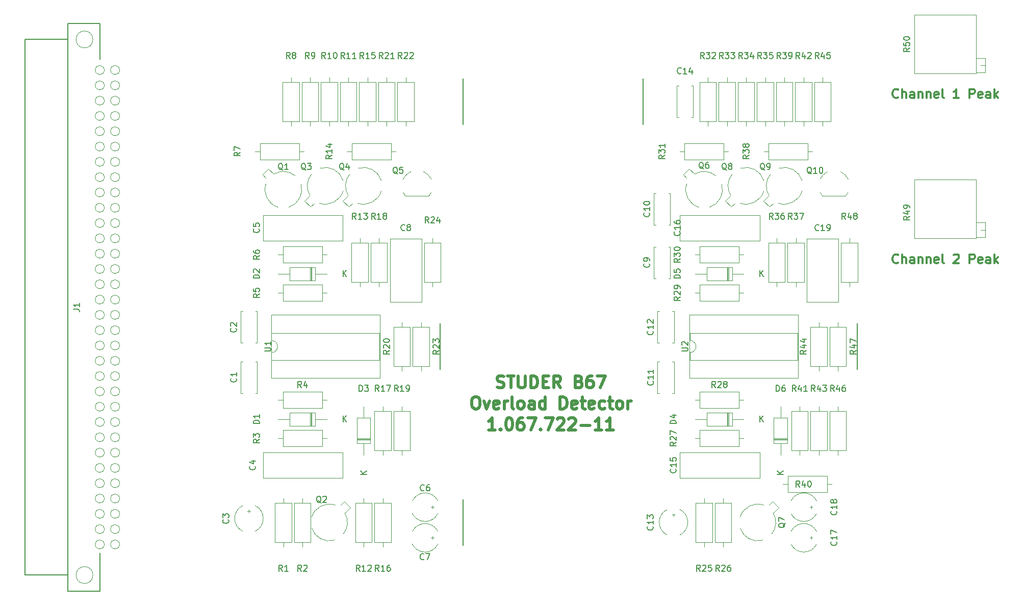
<source format=gbr>
G04 #@! TF.GenerationSoftware,KiCad,Pcbnew,(5.1.6-0-10_14)*
G04 #@! TF.CreationDate,2020-11-10T23:23:31+01:00*
G04 #@! TF.ProjectId,Overload Detector Card,4f766572-6c6f-4616-9420-446574656374,1.0*
G04 #@! TF.SameCoordinates,Original*
G04 #@! TF.FileFunction,Legend,Top*
G04 #@! TF.FilePolarity,Positive*
%FSLAX46Y46*%
G04 Gerber Fmt 4.6, Leading zero omitted, Abs format (unit mm)*
G04 Created by KiCad (PCBNEW (5.1.6-0-10_14)) date 2020-11-10 23:23:31*
%MOMM*%
%LPD*%
G01*
G04 APERTURE LIST*
%ADD10C,0.200000*%
%ADD11C,0.300000*%
%ADD12C,0.500000*%
%ADD13C,0.120000*%
%ADD14C,0.150000*%
%ADD15C,0.100000*%
G04 APERTURE END LIST*
D10*
X194310000Y-90805000D02*
X194310000Y-98425000D01*
X128905000Y-120015000D02*
X128905000Y-127635000D01*
X125095000Y-90805000D02*
X125095000Y-98425000D01*
X158750000Y-50165000D02*
X158750000Y-57785000D01*
X128905000Y-50165000D02*
X128905000Y-57785000D01*
D11*
X201144371Y-80672714D02*
X201072942Y-80744142D01*
X200858657Y-80815571D01*
X200715800Y-80815571D01*
X200501514Y-80744142D01*
X200358657Y-80601285D01*
X200287228Y-80458428D01*
X200215800Y-80172714D01*
X200215800Y-79958428D01*
X200287228Y-79672714D01*
X200358657Y-79529857D01*
X200501514Y-79387000D01*
X200715800Y-79315571D01*
X200858657Y-79315571D01*
X201072942Y-79387000D01*
X201144371Y-79458428D01*
X201787228Y-80815571D02*
X201787228Y-79315571D01*
X202430085Y-80815571D02*
X202430085Y-80029857D01*
X202358657Y-79887000D01*
X202215800Y-79815571D01*
X202001514Y-79815571D01*
X201858657Y-79887000D01*
X201787228Y-79958428D01*
X203787228Y-80815571D02*
X203787228Y-80029857D01*
X203715800Y-79887000D01*
X203572942Y-79815571D01*
X203287228Y-79815571D01*
X203144371Y-79887000D01*
X203787228Y-80744142D02*
X203644371Y-80815571D01*
X203287228Y-80815571D01*
X203144371Y-80744142D01*
X203072942Y-80601285D01*
X203072942Y-80458428D01*
X203144371Y-80315571D01*
X203287228Y-80244142D01*
X203644371Y-80244142D01*
X203787228Y-80172714D01*
X204501514Y-79815571D02*
X204501514Y-80815571D01*
X204501514Y-79958428D02*
X204572942Y-79887000D01*
X204715800Y-79815571D01*
X204930085Y-79815571D01*
X205072942Y-79887000D01*
X205144371Y-80029857D01*
X205144371Y-80815571D01*
X205858657Y-79815571D02*
X205858657Y-80815571D01*
X205858657Y-79958428D02*
X205930085Y-79887000D01*
X206072942Y-79815571D01*
X206287228Y-79815571D01*
X206430085Y-79887000D01*
X206501514Y-80029857D01*
X206501514Y-80815571D01*
X207787228Y-80744142D02*
X207644371Y-80815571D01*
X207358657Y-80815571D01*
X207215800Y-80744142D01*
X207144371Y-80601285D01*
X207144371Y-80029857D01*
X207215800Y-79887000D01*
X207358657Y-79815571D01*
X207644371Y-79815571D01*
X207787228Y-79887000D01*
X207858657Y-80029857D01*
X207858657Y-80172714D01*
X207144371Y-80315571D01*
X208715800Y-80815571D02*
X208572942Y-80744142D01*
X208501514Y-80601285D01*
X208501514Y-79315571D01*
X210358657Y-79458428D02*
X210430085Y-79387000D01*
X210572942Y-79315571D01*
X210930085Y-79315571D01*
X211072942Y-79387000D01*
X211144371Y-79458428D01*
X211215800Y-79601285D01*
X211215800Y-79744142D01*
X211144371Y-79958428D01*
X210287228Y-80815571D01*
X211215800Y-80815571D01*
X213001514Y-80815571D02*
X213001514Y-79315571D01*
X213572942Y-79315571D01*
X213715800Y-79387000D01*
X213787228Y-79458428D01*
X213858657Y-79601285D01*
X213858657Y-79815571D01*
X213787228Y-79958428D01*
X213715800Y-80029857D01*
X213572942Y-80101285D01*
X213001514Y-80101285D01*
X215072942Y-80744142D02*
X214930085Y-80815571D01*
X214644371Y-80815571D01*
X214501514Y-80744142D01*
X214430085Y-80601285D01*
X214430085Y-80029857D01*
X214501514Y-79887000D01*
X214644371Y-79815571D01*
X214930085Y-79815571D01*
X215072942Y-79887000D01*
X215144371Y-80029857D01*
X215144371Y-80172714D01*
X214430085Y-80315571D01*
X216430085Y-80815571D02*
X216430085Y-80029857D01*
X216358657Y-79887000D01*
X216215800Y-79815571D01*
X215930085Y-79815571D01*
X215787228Y-79887000D01*
X216430085Y-80744142D02*
X216287228Y-80815571D01*
X215930085Y-80815571D01*
X215787228Y-80744142D01*
X215715800Y-80601285D01*
X215715800Y-80458428D01*
X215787228Y-80315571D01*
X215930085Y-80244142D01*
X216287228Y-80244142D01*
X216430085Y-80172714D01*
X217144371Y-80815571D02*
X217144371Y-79315571D01*
X217287228Y-80244142D02*
X217715800Y-80815571D01*
X217715800Y-79815571D02*
X217144371Y-80387000D01*
X201144371Y-53240714D02*
X201072942Y-53312142D01*
X200858657Y-53383571D01*
X200715800Y-53383571D01*
X200501514Y-53312142D01*
X200358657Y-53169285D01*
X200287228Y-53026428D01*
X200215800Y-52740714D01*
X200215800Y-52526428D01*
X200287228Y-52240714D01*
X200358657Y-52097857D01*
X200501514Y-51955000D01*
X200715800Y-51883571D01*
X200858657Y-51883571D01*
X201072942Y-51955000D01*
X201144371Y-52026428D01*
X201787228Y-53383571D02*
X201787228Y-51883571D01*
X202430085Y-53383571D02*
X202430085Y-52597857D01*
X202358657Y-52455000D01*
X202215800Y-52383571D01*
X202001514Y-52383571D01*
X201858657Y-52455000D01*
X201787228Y-52526428D01*
X203787228Y-53383571D02*
X203787228Y-52597857D01*
X203715800Y-52455000D01*
X203572942Y-52383571D01*
X203287228Y-52383571D01*
X203144371Y-52455000D01*
X203787228Y-53312142D02*
X203644371Y-53383571D01*
X203287228Y-53383571D01*
X203144371Y-53312142D01*
X203072942Y-53169285D01*
X203072942Y-53026428D01*
X203144371Y-52883571D01*
X203287228Y-52812142D01*
X203644371Y-52812142D01*
X203787228Y-52740714D01*
X204501514Y-52383571D02*
X204501514Y-53383571D01*
X204501514Y-52526428D02*
X204572942Y-52455000D01*
X204715800Y-52383571D01*
X204930085Y-52383571D01*
X205072942Y-52455000D01*
X205144371Y-52597857D01*
X205144371Y-53383571D01*
X205858657Y-52383571D02*
X205858657Y-53383571D01*
X205858657Y-52526428D02*
X205930085Y-52455000D01*
X206072942Y-52383571D01*
X206287228Y-52383571D01*
X206430085Y-52455000D01*
X206501514Y-52597857D01*
X206501514Y-53383571D01*
X207787228Y-53312142D02*
X207644371Y-53383571D01*
X207358657Y-53383571D01*
X207215800Y-53312142D01*
X207144371Y-53169285D01*
X207144371Y-52597857D01*
X207215800Y-52455000D01*
X207358657Y-52383571D01*
X207644371Y-52383571D01*
X207787228Y-52455000D01*
X207858657Y-52597857D01*
X207858657Y-52740714D01*
X207144371Y-52883571D01*
X208715800Y-53383571D02*
X208572942Y-53312142D01*
X208501514Y-53169285D01*
X208501514Y-51883571D01*
X211215800Y-53383571D02*
X210358657Y-53383571D01*
X210787228Y-53383571D02*
X210787228Y-51883571D01*
X210644371Y-52097857D01*
X210501514Y-52240714D01*
X210358657Y-52312142D01*
X213001514Y-53383571D02*
X213001514Y-51883571D01*
X213572942Y-51883571D01*
X213715800Y-51955000D01*
X213787228Y-52026428D01*
X213858657Y-52169285D01*
X213858657Y-52383571D01*
X213787228Y-52526428D01*
X213715800Y-52597857D01*
X213572942Y-52669285D01*
X213001514Y-52669285D01*
X215072942Y-53312142D02*
X214930085Y-53383571D01*
X214644371Y-53383571D01*
X214501514Y-53312142D01*
X214430085Y-53169285D01*
X214430085Y-52597857D01*
X214501514Y-52455000D01*
X214644371Y-52383571D01*
X214930085Y-52383571D01*
X215072942Y-52455000D01*
X215144371Y-52597857D01*
X215144371Y-52740714D01*
X214430085Y-52883571D01*
X216430085Y-53383571D02*
X216430085Y-52597857D01*
X216358657Y-52455000D01*
X216215800Y-52383571D01*
X215930085Y-52383571D01*
X215787228Y-52455000D01*
X216430085Y-53312142D02*
X216287228Y-53383571D01*
X215930085Y-53383571D01*
X215787228Y-53312142D01*
X215715800Y-53169285D01*
X215715800Y-53026428D01*
X215787228Y-52883571D01*
X215930085Y-52812142D01*
X216287228Y-52812142D01*
X216430085Y-52740714D01*
X217144371Y-53383571D02*
X217144371Y-51883571D01*
X217287228Y-52812142D02*
X217715800Y-53383571D01*
X217715800Y-52383571D02*
X217144371Y-52955000D01*
D12*
X134532219Y-101373323D02*
X134817933Y-101468561D01*
X135294123Y-101468561D01*
X135484600Y-101373323D01*
X135579838Y-101278085D01*
X135675076Y-101087609D01*
X135675076Y-100897133D01*
X135579838Y-100706657D01*
X135484600Y-100611419D01*
X135294123Y-100516180D01*
X134913171Y-100420942D01*
X134722695Y-100325704D01*
X134627457Y-100230466D01*
X134532219Y-100039990D01*
X134532219Y-99849514D01*
X134627457Y-99659038D01*
X134722695Y-99563800D01*
X134913171Y-99468561D01*
X135389361Y-99468561D01*
X135675076Y-99563800D01*
X136246504Y-99468561D02*
X137389361Y-99468561D01*
X136817933Y-101468561D02*
X136817933Y-99468561D01*
X138056028Y-99468561D02*
X138056028Y-101087609D01*
X138151266Y-101278085D01*
X138246504Y-101373323D01*
X138436980Y-101468561D01*
X138817933Y-101468561D01*
X139008409Y-101373323D01*
X139103647Y-101278085D01*
X139198885Y-101087609D01*
X139198885Y-99468561D01*
X140151266Y-101468561D02*
X140151266Y-99468561D01*
X140627457Y-99468561D01*
X140913171Y-99563800D01*
X141103647Y-99754276D01*
X141198885Y-99944752D01*
X141294123Y-100325704D01*
X141294123Y-100611419D01*
X141198885Y-100992371D01*
X141103647Y-101182847D01*
X140913171Y-101373323D01*
X140627457Y-101468561D01*
X140151266Y-101468561D01*
X142151266Y-100420942D02*
X142817933Y-100420942D01*
X143103647Y-101468561D02*
X142151266Y-101468561D01*
X142151266Y-99468561D01*
X143103647Y-99468561D01*
X145103647Y-101468561D02*
X144436980Y-100516180D01*
X143960790Y-101468561D02*
X143960790Y-99468561D01*
X144722695Y-99468561D01*
X144913171Y-99563800D01*
X145008409Y-99659038D01*
X145103647Y-99849514D01*
X145103647Y-100135228D01*
X145008409Y-100325704D01*
X144913171Y-100420942D01*
X144722695Y-100516180D01*
X143960790Y-100516180D01*
X148151266Y-100420942D02*
X148436980Y-100516180D01*
X148532219Y-100611419D01*
X148627457Y-100801895D01*
X148627457Y-101087609D01*
X148532219Y-101278085D01*
X148436980Y-101373323D01*
X148246504Y-101468561D01*
X147484600Y-101468561D01*
X147484600Y-99468561D01*
X148151266Y-99468561D01*
X148341742Y-99563800D01*
X148436980Y-99659038D01*
X148532219Y-99849514D01*
X148532219Y-100039990D01*
X148436980Y-100230466D01*
X148341742Y-100325704D01*
X148151266Y-100420942D01*
X147484600Y-100420942D01*
X150341742Y-99468561D02*
X149960790Y-99468561D01*
X149770314Y-99563800D01*
X149675076Y-99659038D01*
X149484600Y-99944752D01*
X149389361Y-100325704D01*
X149389361Y-101087609D01*
X149484600Y-101278085D01*
X149579838Y-101373323D01*
X149770314Y-101468561D01*
X150151266Y-101468561D01*
X150341742Y-101373323D01*
X150436980Y-101278085D01*
X150532219Y-101087609D01*
X150532219Y-100611419D01*
X150436980Y-100420942D01*
X150341742Y-100325704D01*
X150151266Y-100230466D01*
X149770314Y-100230466D01*
X149579838Y-100325704D01*
X149484600Y-100420942D01*
X149389361Y-100611419D01*
X151198885Y-99468561D02*
X152532219Y-99468561D01*
X151675076Y-101468561D01*
X130817933Y-102968561D02*
X131198885Y-102968561D01*
X131389361Y-103063800D01*
X131579838Y-103254276D01*
X131675076Y-103635228D01*
X131675076Y-104301895D01*
X131579838Y-104682847D01*
X131389361Y-104873323D01*
X131198885Y-104968561D01*
X130817933Y-104968561D01*
X130627457Y-104873323D01*
X130436980Y-104682847D01*
X130341742Y-104301895D01*
X130341742Y-103635228D01*
X130436980Y-103254276D01*
X130627457Y-103063800D01*
X130817933Y-102968561D01*
X132341742Y-103635228D02*
X132817933Y-104968561D01*
X133294123Y-103635228D01*
X134817933Y-104873323D02*
X134627457Y-104968561D01*
X134246504Y-104968561D01*
X134056028Y-104873323D01*
X133960790Y-104682847D01*
X133960790Y-103920942D01*
X134056028Y-103730466D01*
X134246504Y-103635228D01*
X134627457Y-103635228D01*
X134817933Y-103730466D01*
X134913171Y-103920942D01*
X134913171Y-104111419D01*
X133960790Y-104301895D01*
X135770314Y-104968561D02*
X135770314Y-103635228D01*
X135770314Y-104016180D02*
X135865552Y-103825704D01*
X135960790Y-103730466D01*
X136151266Y-103635228D01*
X136341742Y-103635228D01*
X137294123Y-104968561D02*
X137103647Y-104873323D01*
X137008409Y-104682847D01*
X137008409Y-102968561D01*
X138341742Y-104968561D02*
X138151266Y-104873323D01*
X138056028Y-104778085D01*
X137960790Y-104587609D01*
X137960790Y-104016180D01*
X138056028Y-103825704D01*
X138151266Y-103730466D01*
X138341742Y-103635228D01*
X138627457Y-103635228D01*
X138817933Y-103730466D01*
X138913171Y-103825704D01*
X139008409Y-104016180D01*
X139008409Y-104587609D01*
X138913171Y-104778085D01*
X138817933Y-104873323D01*
X138627457Y-104968561D01*
X138341742Y-104968561D01*
X140722695Y-104968561D02*
X140722695Y-103920942D01*
X140627457Y-103730466D01*
X140436980Y-103635228D01*
X140056028Y-103635228D01*
X139865552Y-103730466D01*
X140722695Y-104873323D02*
X140532219Y-104968561D01*
X140056028Y-104968561D01*
X139865552Y-104873323D01*
X139770314Y-104682847D01*
X139770314Y-104492371D01*
X139865552Y-104301895D01*
X140056028Y-104206657D01*
X140532219Y-104206657D01*
X140722695Y-104111419D01*
X142532219Y-104968561D02*
X142532219Y-102968561D01*
X142532219Y-104873323D02*
X142341742Y-104968561D01*
X141960790Y-104968561D01*
X141770314Y-104873323D01*
X141675076Y-104778085D01*
X141579838Y-104587609D01*
X141579838Y-104016180D01*
X141675076Y-103825704D01*
X141770314Y-103730466D01*
X141960790Y-103635228D01*
X142341742Y-103635228D01*
X142532219Y-103730466D01*
X145008409Y-104968561D02*
X145008409Y-102968561D01*
X145484600Y-102968561D01*
X145770314Y-103063800D01*
X145960790Y-103254276D01*
X146056028Y-103444752D01*
X146151266Y-103825704D01*
X146151266Y-104111419D01*
X146056028Y-104492371D01*
X145960790Y-104682847D01*
X145770314Y-104873323D01*
X145484600Y-104968561D01*
X145008409Y-104968561D01*
X147770314Y-104873323D02*
X147579838Y-104968561D01*
X147198885Y-104968561D01*
X147008409Y-104873323D01*
X146913171Y-104682847D01*
X146913171Y-103920942D01*
X147008409Y-103730466D01*
X147198885Y-103635228D01*
X147579838Y-103635228D01*
X147770314Y-103730466D01*
X147865552Y-103920942D01*
X147865552Y-104111419D01*
X146913171Y-104301895D01*
X148436980Y-103635228D02*
X149198885Y-103635228D01*
X148722695Y-102968561D02*
X148722695Y-104682847D01*
X148817933Y-104873323D01*
X149008409Y-104968561D01*
X149198885Y-104968561D01*
X150627457Y-104873323D02*
X150436980Y-104968561D01*
X150056028Y-104968561D01*
X149865552Y-104873323D01*
X149770314Y-104682847D01*
X149770314Y-103920942D01*
X149865552Y-103730466D01*
X150056028Y-103635228D01*
X150436980Y-103635228D01*
X150627457Y-103730466D01*
X150722695Y-103920942D01*
X150722695Y-104111419D01*
X149770314Y-104301895D01*
X152436980Y-104873323D02*
X152246504Y-104968561D01*
X151865552Y-104968561D01*
X151675076Y-104873323D01*
X151579838Y-104778085D01*
X151484600Y-104587609D01*
X151484600Y-104016180D01*
X151579838Y-103825704D01*
X151675076Y-103730466D01*
X151865552Y-103635228D01*
X152246504Y-103635228D01*
X152436980Y-103730466D01*
X153008409Y-103635228D02*
X153770314Y-103635228D01*
X153294123Y-102968561D02*
X153294123Y-104682847D01*
X153389361Y-104873323D01*
X153579838Y-104968561D01*
X153770314Y-104968561D01*
X154722695Y-104968561D02*
X154532219Y-104873323D01*
X154436980Y-104778085D01*
X154341742Y-104587609D01*
X154341742Y-104016180D01*
X154436980Y-103825704D01*
X154532219Y-103730466D01*
X154722695Y-103635228D01*
X155008409Y-103635228D01*
X155198885Y-103730466D01*
X155294123Y-103825704D01*
X155389361Y-104016180D01*
X155389361Y-104587609D01*
X155294123Y-104778085D01*
X155198885Y-104873323D01*
X155008409Y-104968561D01*
X154722695Y-104968561D01*
X156246504Y-104968561D02*
X156246504Y-103635228D01*
X156246504Y-104016180D02*
X156341742Y-103825704D01*
X156436980Y-103730466D01*
X156627457Y-103635228D01*
X156817933Y-103635228D01*
X134246504Y-108468561D02*
X133103647Y-108468561D01*
X133675076Y-108468561D02*
X133675076Y-106468561D01*
X133484600Y-106754276D01*
X133294123Y-106944752D01*
X133103647Y-107039990D01*
X135103647Y-108278085D02*
X135198885Y-108373323D01*
X135103647Y-108468561D01*
X135008409Y-108373323D01*
X135103647Y-108278085D01*
X135103647Y-108468561D01*
X136436980Y-106468561D02*
X136627457Y-106468561D01*
X136817933Y-106563800D01*
X136913171Y-106659038D01*
X137008409Y-106849514D01*
X137103647Y-107230466D01*
X137103647Y-107706657D01*
X137008409Y-108087609D01*
X136913171Y-108278085D01*
X136817933Y-108373323D01*
X136627457Y-108468561D01*
X136436980Y-108468561D01*
X136246504Y-108373323D01*
X136151266Y-108278085D01*
X136056028Y-108087609D01*
X135960790Y-107706657D01*
X135960790Y-107230466D01*
X136056028Y-106849514D01*
X136151266Y-106659038D01*
X136246504Y-106563800D01*
X136436980Y-106468561D01*
X138817933Y-106468561D02*
X138436980Y-106468561D01*
X138246504Y-106563800D01*
X138151266Y-106659038D01*
X137960790Y-106944752D01*
X137865552Y-107325704D01*
X137865552Y-108087609D01*
X137960790Y-108278085D01*
X138056028Y-108373323D01*
X138246504Y-108468561D01*
X138627457Y-108468561D01*
X138817933Y-108373323D01*
X138913171Y-108278085D01*
X139008409Y-108087609D01*
X139008409Y-107611419D01*
X138913171Y-107420942D01*
X138817933Y-107325704D01*
X138627457Y-107230466D01*
X138246504Y-107230466D01*
X138056028Y-107325704D01*
X137960790Y-107420942D01*
X137865552Y-107611419D01*
X139675076Y-106468561D02*
X141008409Y-106468561D01*
X140151266Y-108468561D01*
X141770314Y-108278085D02*
X141865552Y-108373323D01*
X141770314Y-108468561D01*
X141675076Y-108373323D01*
X141770314Y-108278085D01*
X141770314Y-108468561D01*
X142532219Y-106468561D02*
X143865552Y-106468561D01*
X143008409Y-108468561D01*
X144532219Y-106659038D02*
X144627457Y-106563800D01*
X144817933Y-106468561D01*
X145294123Y-106468561D01*
X145484600Y-106563800D01*
X145579838Y-106659038D01*
X145675076Y-106849514D01*
X145675076Y-107039990D01*
X145579838Y-107325704D01*
X144436980Y-108468561D01*
X145675076Y-108468561D01*
X146436980Y-106659038D02*
X146532219Y-106563800D01*
X146722695Y-106468561D01*
X147198885Y-106468561D01*
X147389361Y-106563800D01*
X147484600Y-106659038D01*
X147579838Y-106849514D01*
X147579838Y-107039990D01*
X147484600Y-107325704D01*
X146341742Y-108468561D01*
X147579838Y-108468561D01*
X148436980Y-107706657D02*
X149960790Y-107706657D01*
X151960790Y-108468561D02*
X150817933Y-108468561D01*
X151389361Y-108468561D02*
X151389361Y-106468561D01*
X151198885Y-106754276D01*
X151008409Y-106944752D01*
X150817933Y-107039990D01*
X153865552Y-108468561D02*
X152722695Y-108468561D01*
X153294123Y-108468561D02*
X153294123Y-106468561D01*
X153103647Y-106754276D01*
X152913171Y-106944752D01*
X152722695Y-107039990D01*
D13*
X93333800Y-121704912D02*
X93333800Y-122154912D01*
X93558800Y-121929912D02*
X93108800Y-121929912D01*
X92285000Y-125269740D02*
G75*
G02*
X92285000Y-121030259I1060000J2119740D01*
G01*
X94405000Y-125269740D02*
G75*
G03*
X94405000Y-121030259I-1060000J2119740D01*
G01*
X124040088Y-121273800D02*
X123590088Y-121273800D01*
X123815088Y-121498800D02*
X123815088Y-121048800D01*
X120475260Y-120225000D02*
G75*
G02*
X124714741Y-120225000I2119740J-1060000D01*
G01*
X120475260Y-122345000D02*
G75*
G03*
X124714741Y-122345000I2119740J1060000D01*
G01*
X124040088Y-126353800D02*
X123590088Y-126353800D01*
X123815088Y-126578800D02*
X123815088Y-126128800D01*
X120475260Y-125305000D02*
G75*
G02*
X124714741Y-125305000I2119740J-1060000D01*
G01*
X120475260Y-127425000D02*
G75*
G03*
X124714741Y-127425000I2119740J1060000D01*
G01*
X163818800Y-122339912D02*
X163818800Y-122789912D01*
X164043800Y-122564912D02*
X163593800Y-122564912D01*
X162770000Y-125904740D02*
G75*
G02*
X162770000Y-121665259I1060000J2119740D01*
G01*
X164890000Y-125904740D02*
G75*
G03*
X164890000Y-121665259I-1060000J2119740D01*
G01*
X186905088Y-126353800D02*
X186455088Y-126353800D01*
X186680088Y-126578800D02*
X186680088Y-126128800D01*
X183340260Y-125305000D02*
G75*
G02*
X187579741Y-125305000I2119740J-1060000D01*
G01*
X183340260Y-127425000D02*
G75*
G03*
X187579741Y-127425000I2119740J1060000D01*
G01*
X186905088Y-121273800D02*
X186455088Y-121273800D01*
X186680088Y-121498800D02*
X186680088Y-121048800D01*
X183340260Y-120225000D02*
G75*
G02*
X187579741Y-120225000I2119740J-1060000D01*
G01*
X183340260Y-122345000D02*
G75*
G03*
X187579741Y-122345000I2119740J1060000D01*
G01*
X97477669Y-66007719D02*
X96565501Y-65095552D01*
X96565501Y-65095552D02*
X95575552Y-66085501D01*
X95575552Y-66085501D02*
X96139000Y-66675000D01*
X99949001Y-71501000D02*
G75*
G03*
X101981000Y-67691000I-889001J2921000D01*
G01*
X100993357Y-66259972D02*
G75*
G03*
X97477669Y-66007719I-1933357J-2320028D01*
G01*
X96176181Y-67576929D02*
G75*
G03*
X98171000Y-71501000I2883819J-1003071D01*
G01*
X109252281Y-122242669D02*
X110164448Y-121330501D01*
X110164448Y-121330501D02*
X109174499Y-120340552D01*
X109174499Y-120340552D02*
X108585000Y-120904000D01*
X103759000Y-124714001D02*
G75*
G03*
X107569000Y-126746000I2921000J889001D01*
G01*
X109000028Y-125758357D02*
G75*
G03*
X109252281Y-122242669I-2320028J1933357D01*
G01*
X107683071Y-120941181D02*
G75*
G03*
X103759000Y-122936000I-1003071J-2883819D01*
G01*
X103472719Y-69527331D02*
X102560552Y-70439499D01*
X102560552Y-70439499D02*
X103550501Y-71429448D01*
X103550501Y-71429448D02*
X104140000Y-70866000D01*
X108966000Y-67055999D02*
G75*
G03*
X105156000Y-65024000I-2921000J-889001D01*
G01*
X103724972Y-66011643D02*
G75*
G03*
X103472719Y-69527331I2320028J-1933357D01*
G01*
X105041929Y-70828819D02*
G75*
G03*
X108966000Y-68834000I1003071J2883819D01*
G01*
X109822719Y-69527331D02*
X108910552Y-70439499D01*
X108910552Y-70439499D02*
X109900501Y-71429448D01*
X109900501Y-71429448D02*
X110490000Y-70866000D01*
X115316000Y-67055999D02*
G75*
G03*
X111506000Y-65024000I-2921000J-889001D01*
G01*
X110074972Y-66011643D02*
G75*
G03*
X109822719Y-69527331I2320028J-1933357D01*
G01*
X111391929Y-70828819D02*
G75*
G03*
X115316000Y-68834000I1003071J2883819D01*
G01*
X167327669Y-66007719D02*
X166415501Y-65095552D01*
X166415501Y-65095552D02*
X165425552Y-66085501D01*
X165425552Y-66085501D02*
X165989000Y-66675000D01*
X169799001Y-71501000D02*
G75*
G03*
X171831000Y-67691000I-889001J2921000D01*
G01*
X170843357Y-66259972D02*
G75*
G03*
X167327669Y-66007719I-1933357J-2320028D01*
G01*
X166026181Y-67576929D02*
G75*
G03*
X168021000Y-71501000I2883819J-1003071D01*
G01*
X180372281Y-122242669D02*
X181284448Y-121330501D01*
X181284448Y-121330501D02*
X180294499Y-120340552D01*
X180294499Y-120340552D02*
X179705000Y-120904000D01*
X174879000Y-124714001D02*
G75*
G03*
X178689000Y-126746000I2921000J889001D01*
G01*
X180120028Y-125758357D02*
G75*
G03*
X180372281Y-122242669I-2320028J1933357D01*
G01*
X178803071Y-120941181D02*
G75*
G03*
X174879000Y-122936000I-1003071J-2883819D01*
G01*
X173322719Y-69527331D02*
X172410552Y-70439499D01*
X172410552Y-70439499D02*
X173400501Y-71429448D01*
X173400501Y-71429448D02*
X173990000Y-70866000D01*
X178816000Y-67055999D02*
G75*
G03*
X175006000Y-65024000I-2921000J-889001D01*
G01*
X173574972Y-66011643D02*
G75*
G03*
X173322719Y-69527331I2320028J-1933357D01*
G01*
X174891929Y-70828819D02*
G75*
G03*
X178816000Y-68834000I1003071J2883819D01*
G01*
X179672719Y-69527331D02*
X178760552Y-70439499D01*
X178760552Y-70439499D02*
X179750501Y-71429448D01*
X179750501Y-71429448D02*
X180340000Y-70866000D01*
X185166000Y-67055999D02*
G75*
G03*
X181356000Y-65024000I-2921000J-889001D01*
G01*
X179924972Y-66011643D02*
G75*
G03*
X179672719Y-69527331I2320028J-1933357D01*
G01*
X181241929Y-70828819D02*
G75*
G03*
X185166000Y-68834000I1003071J2883819D01*
G01*
D14*
X63246000Y-132550000D02*
X56134000Y-132550000D01*
X56134000Y-132550000D02*
X56134000Y-43650000D01*
X56134000Y-43650000D02*
X63246000Y-43650000D01*
X68580000Y-135217000D02*
X68580000Y-128867000D01*
X68580000Y-135217000D02*
X63246000Y-135217000D01*
X63246000Y-135217000D02*
X63246000Y-40983000D01*
X63246000Y-40983000D02*
X68580000Y-40983000D01*
X68580000Y-40983000D02*
X68580000Y-46952000D01*
D13*
X97095000Y-95615000D02*
X97095000Y-96865000D01*
X97095000Y-96865000D02*
X114995000Y-96865000D01*
X114995000Y-96865000D02*
X114995000Y-92365000D01*
X114995000Y-92365000D02*
X97095000Y-92365000D01*
X97095000Y-92365000D02*
X97095000Y-93615000D01*
X97035000Y-99865000D02*
X115055000Y-99865000D01*
X115055000Y-99865000D02*
X115055000Y-89365000D01*
X115055000Y-89365000D02*
X97035000Y-89365000D01*
X97035000Y-89365000D02*
X97035000Y-99865000D01*
X97095000Y-93615000D02*
G75*
G02*
X97095000Y-95615000I0J-1000000D01*
G01*
X166564000Y-95615000D02*
X166564000Y-96865000D01*
X166564000Y-96865000D02*
X184464000Y-96865000D01*
X184464000Y-96865000D02*
X184464000Y-92365000D01*
X184464000Y-92365000D02*
X166564000Y-92365000D01*
X166564000Y-92365000D02*
X166564000Y-93615000D01*
X166504000Y-99865000D02*
X184524000Y-99865000D01*
X184524000Y-99865000D02*
X184524000Y-89365000D01*
X184524000Y-89365000D02*
X166504000Y-89365000D01*
X166504000Y-89365000D02*
X166504000Y-99865000D01*
X166564000Y-93615000D02*
G75*
G02*
X166564000Y-95615000I0J-1000000D01*
G01*
X95695000Y-116420000D02*
X95695000Y-112180000D01*
X108935000Y-116420000D02*
X108935000Y-112180000D01*
X108935000Y-112180000D02*
X95695000Y-112180000D01*
X108935000Y-116420000D02*
X95695000Y-116420000D01*
X108935000Y-77050000D02*
X95695000Y-77050000D01*
X108935000Y-72810000D02*
X95695000Y-72810000D01*
X108935000Y-77050000D02*
X108935000Y-72810000D01*
X95695000Y-77050000D02*
X95695000Y-72810000D01*
X164910000Y-116420000D02*
X164910000Y-112180000D01*
X178150000Y-116420000D02*
X178150000Y-112180000D01*
X178150000Y-112180000D02*
X164910000Y-112180000D01*
X178150000Y-116420000D02*
X164910000Y-116420000D01*
X164910000Y-77050000D02*
X164910000Y-72810000D01*
X178150000Y-77050000D02*
X178150000Y-72810000D01*
X178150000Y-72810000D02*
X164910000Y-72810000D01*
X178150000Y-77050000D02*
X164910000Y-77050000D01*
X103755000Y-107800000D02*
X103755000Y-105560000D01*
X103515000Y-107800000D02*
X103515000Y-105560000D01*
X103635000Y-107800000D02*
X103635000Y-105560000D01*
X98195000Y-106680000D02*
X100115000Y-106680000D01*
X106275000Y-106680000D02*
X104355000Y-106680000D01*
X100115000Y-107800000D02*
X104355000Y-107800000D01*
X100115000Y-105560000D02*
X100115000Y-107800000D01*
X104355000Y-105560000D02*
X100115000Y-105560000D01*
X104355000Y-107800000D02*
X104355000Y-105560000D01*
X104355000Y-83670000D02*
X104355000Y-81430000D01*
X104355000Y-81430000D02*
X100115000Y-81430000D01*
X100115000Y-81430000D02*
X100115000Y-83670000D01*
X100115000Y-83670000D02*
X104355000Y-83670000D01*
X106275000Y-82550000D02*
X104355000Y-82550000D01*
X98195000Y-82550000D02*
X100115000Y-82550000D01*
X103635000Y-83670000D02*
X103635000Y-81430000D01*
X103515000Y-83670000D02*
X103515000Y-81430000D01*
X103755000Y-83670000D02*
X103755000Y-81430000D01*
X111275000Y-110705000D02*
X113515000Y-110705000D01*
X113515000Y-110705000D02*
X113515000Y-106465000D01*
X113515000Y-106465000D02*
X111275000Y-106465000D01*
X111275000Y-106465000D02*
X111275000Y-110705000D01*
X112395000Y-112625000D02*
X112395000Y-110705000D01*
X112395000Y-104545000D02*
X112395000Y-106465000D01*
X111275000Y-109985000D02*
X113515000Y-109985000D01*
X111275000Y-109865000D02*
X113515000Y-109865000D01*
X111275000Y-110105000D02*
X113515000Y-110105000D01*
X173570000Y-107800000D02*
X173570000Y-105560000D01*
X173570000Y-105560000D02*
X169330000Y-105560000D01*
X169330000Y-105560000D02*
X169330000Y-107800000D01*
X169330000Y-107800000D02*
X173570000Y-107800000D01*
X175490000Y-106680000D02*
X173570000Y-106680000D01*
X167410000Y-106680000D02*
X169330000Y-106680000D01*
X172850000Y-107800000D02*
X172850000Y-105560000D01*
X172730000Y-107800000D02*
X172730000Y-105560000D01*
X172970000Y-107800000D02*
X172970000Y-105560000D01*
X172970000Y-83670000D02*
X172970000Y-81430000D01*
X172730000Y-83670000D02*
X172730000Y-81430000D01*
X172850000Y-83670000D02*
X172850000Y-81430000D01*
X167410000Y-82550000D02*
X169330000Y-82550000D01*
X175490000Y-82550000D02*
X173570000Y-82550000D01*
X169330000Y-83670000D02*
X173570000Y-83670000D01*
X169330000Y-81430000D02*
X169330000Y-83670000D01*
X173570000Y-81430000D02*
X169330000Y-81430000D01*
X173570000Y-83670000D02*
X173570000Y-81430000D01*
X180490000Y-110105000D02*
X182730000Y-110105000D01*
X180490000Y-109865000D02*
X182730000Y-109865000D01*
X180490000Y-109985000D02*
X182730000Y-109985000D01*
X181610000Y-104545000D02*
X181610000Y-106465000D01*
X181610000Y-112625000D02*
X181610000Y-110705000D01*
X180490000Y-106465000D02*
X180490000Y-110705000D01*
X182730000Y-106465000D02*
X180490000Y-106465000D01*
X182730000Y-110705000D02*
X182730000Y-106465000D01*
X180490000Y-110705000D02*
X182730000Y-110705000D01*
X100430000Y-120555000D02*
X97690000Y-120555000D01*
X97690000Y-120555000D02*
X97690000Y-127095000D01*
X97690000Y-127095000D02*
X100430000Y-127095000D01*
X100430000Y-127095000D02*
X100430000Y-120555000D01*
X99060000Y-119785000D02*
X99060000Y-120555000D01*
X99060000Y-127865000D02*
X99060000Y-127095000D01*
X102235000Y-127865000D02*
X102235000Y-127095000D01*
X102235000Y-119785000D02*
X102235000Y-120555000D01*
X103605000Y-127095000D02*
X103605000Y-120555000D01*
X100865000Y-127095000D02*
X103605000Y-127095000D01*
X100865000Y-120555000D02*
X100865000Y-127095000D01*
X103605000Y-120555000D02*
X100865000Y-120555000D01*
X106275000Y-109855000D02*
X105505000Y-109855000D01*
X98195000Y-109855000D02*
X98965000Y-109855000D01*
X105505000Y-108485000D02*
X98965000Y-108485000D01*
X105505000Y-111225000D02*
X105505000Y-108485000D01*
X98965000Y-111225000D02*
X105505000Y-111225000D01*
X98965000Y-108485000D02*
X98965000Y-111225000D01*
X106275000Y-103505000D02*
X105505000Y-103505000D01*
X98195000Y-103505000D02*
X98965000Y-103505000D01*
X105505000Y-102135000D02*
X98965000Y-102135000D01*
X105505000Y-104875000D02*
X105505000Y-102135000D01*
X98965000Y-104875000D02*
X105505000Y-104875000D01*
X98965000Y-102135000D02*
X98965000Y-104875000D01*
X98965000Y-84355000D02*
X98965000Y-87095000D01*
X98965000Y-87095000D02*
X105505000Y-87095000D01*
X105505000Y-87095000D02*
X105505000Y-84355000D01*
X105505000Y-84355000D02*
X98965000Y-84355000D01*
X98195000Y-85725000D02*
X98965000Y-85725000D01*
X106275000Y-85725000D02*
X105505000Y-85725000D01*
X106275000Y-79375000D02*
X105505000Y-79375000D01*
X98195000Y-79375000D02*
X98965000Y-79375000D01*
X105505000Y-78005000D02*
X98965000Y-78005000D01*
X105505000Y-80745000D02*
X105505000Y-78005000D01*
X98965000Y-80745000D02*
X105505000Y-80745000D01*
X98965000Y-78005000D02*
X98965000Y-80745000D01*
X94385000Y-62230000D02*
X95155000Y-62230000D01*
X102465000Y-62230000D02*
X101695000Y-62230000D01*
X95155000Y-63600000D02*
X101695000Y-63600000D01*
X95155000Y-60860000D02*
X95155000Y-63600000D01*
X101695000Y-60860000D02*
X95155000Y-60860000D01*
X101695000Y-63600000D02*
X101695000Y-60860000D01*
X100330000Y-49935000D02*
X100330000Y-50705000D01*
X100330000Y-58015000D02*
X100330000Y-57245000D01*
X98960000Y-50705000D02*
X98960000Y-57245000D01*
X101700000Y-50705000D02*
X98960000Y-50705000D01*
X101700000Y-57245000D02*
X101700000Y-50705000D01*
X98960000Y-57245000D02*
X101700000Y-57245000D01*
X102135000Y-57245000D02*
X104875000Y-57245000D01*
X104875000Y-57245000D02*
X104875000Y-50705000D01*
X104875000Y-50705000D02*
X102135000Y-50705000D01*
X102135000Y-50705000D02*
X102135000Y-57245000D01*
X103505000Y-58015000D02*
X103505000Y-57245000D01*
X103505000Y-49935000D02*
X103505000Y-50705000D01*
X106680000Y-58015000D02*
X106680000Y-57245000D01*
X106680000Y-49935000D02*
X106680000Y-50705000D01*
X108050000Y-57245000D02*
X108050000Y-50705000D01*
X105310000Y-57245000D02*
X108050000Y-57245000D01*
X105310000Y-50705000D02*
X105310000Y-57245000D01*
X108050000Y-50705000D02*
X105310000Y-50705000D01*
X111225000Y-50705000D02*
X108485000Y-50705000D01*
X108485000Y-50705000D02*
X108485000Y-57245000D01*
X108485000Y-57245000D02*
X111225000Y-57245000D01*
X111225000Y-57245000D02*
X111225000Y-50705000D01*
X109855000Y-49935000D02*
X109855000Y-50705000D01*
X109855000Y-58015000D02*
X109855000Y-57245000D01*
X112395000Y-119785000D02*
X112395000Y-120555000D01*
X112395000Y-127865000D02*
X112395000Y-127095000D01*
X111025000Y-120555000D02*
X111025000Y-127095000D01*
X113765000Y-120555000D02*
X111025000Y-120555000D01*
X113765000Y-127095000D02*
X113765000Y-120555000D01*
X111025000Y-127095000D02*
X113765000Y-127095000D01*
X110390000Y-83915000D02*
X113130000Y-83915000D01*
X113130000Y-83915000D02*
X113130000Y-77375000D01*
X113130000Y-77375000D02*
X110390000Y-77375000D01*
X110390000Y-77375000D02*
X110390000Y-83915000D01*
X111760000Y-84685000D02*
X111760000Y-83915000D01*
X111760000Y-76605000D02*
X111760000Y-77375000D01*
X110395000Y-60860000D02*
X110395000Y-63600000D01*
X110395000Y-63600000D02*
X116935000Y-63600000D01*
X116935000Y-63600000D02*
X116935000Y-60860000D01*
X116935000Y-60860000D02*
X110395000Y-60860000D01*
X109625000Y-62230000D02*
X110395000Y-62230000D01*
X117705000Y-62230000D02*
X116935000Y-62230000D01*
X113030000Y-49935000D02*
X113030000Y-50705000D01*
X113030000Y-58015000D02*
X113030000Y-57245000D01*
X111660000Y-50705000D02*
X111660000Y-57245000D01*
X114400000Y-50705000D02*
X111660000Y-50705000D01*
X114400000Y-57245000D02*
X114400000Y-50705000D01*
X111660000Y-57245000D02*
X114400000Y-57245000D01*
X116940000Y-120555000D02*
X114200000Y-120555000D01*
X114200000Y-120555000D02*
X114200000Y-127095000D01*
X114200000Y-127095000D02*
X116940000Y-127095000D01*
X116940000Y-127095000D02*
X116940000Y-120555000D01*
X115570000Y-119785000D02*
X115570000Y-120555000D01*
X115570000Y-127865000D02*
X115570000Y-127095000D01*
X114200000Y-111855000D02*
X116940000Y-111855000D01*
X116940000Y-111855000D02*
X116940000Y-105315000D01*
X116940000Y-105315000D02*
X114200000Y-105315000D01*
X114200000Y-105315000D02*
X114200000Y-111855000D01*
X115570000Y-112625000D02*
X115570000Y-111855000D01*
X115570000Y-104545000D02*
X115570000Y-105315000D01*
X113565000Y-83915000D02*
X116305000Y-83915000D01*
X116305000Y-83915000D02*
X116305000Y-77375000D01*
X116305000Y-77375000D02*
X113565000Y-77375000D01*
X113565000Y-77375000D02*
X113565000Y-83915000D01*
X114935000Y-84685000D02*
X114935000Y-83915000D01*
X114935000Y-76605000D02*
X114935000Y-77375000D01*
X120115000Y-105315000D02*
X117375000Y-105315000D01*
X117375000Y-105315000D02*
X117375000Y-111855000D01*
X117375000Y-111855000D02*
X120115000Y-111855000D01*
X120115000Y-111855000D02*
X120115000Y-105315000D01*
X118745000Y-104545000D02*
X118745000Y-105315000D01*
X118745000Y-112625000D02*
X118745000Y-111855000D01*
X118745000Y-98655000D02*
X118745000Y-97885000D01*
X118745000Y-90575000D02*
X118745000Y-91345000D01*
X120115000Y-97885000D02*
X120115000Y-91345000D01*
X117375000Y-97885000D02*
X120115000Y-97885000D01*
X117375000Y-91345000D02*
X117375000Y-97885000D01*
X120115000Y-91345000D02*
X117375000Y-91345000D01*
X116205000Y-58015000D02*
X116205000Y-57245000D01*
X116205000Y-49935000D02*
X116205000Y-50705000D01*
X117575000Y-57245000D02*
X117575000Y-50705000D01*
X114835000Y-57245000D02*
X117575000Y-57245000D01*
X114835000Y-50705000D02*
X114835000Y-57245000D01*
X117575000Y-50705000D02*
X114835000Y-50705000D01*
X120750000Y-50705000D02*
X118010000Y-50705000D01*
X118010000Y-50705000D02*
X118010000Y-57245000D01*
X118010000Y-57245000D02*
X120750000Y-57245000D01*
X120750000Y-57245000D02*
X120750000Y-50705000D01*
X119380000Y-49935000D02*
X119380000Y-50705000D01*
X119380000Y-58015000D02*
X119380000Y-57245000D01*
X121920000Y-98655000D02*
X121920000Y-97885000D01*
X121920000Y-90575000D02*
X121920000Y-91345000D01*
X123290000Y-97885000D02*
X123290000Y-91345000D01*
X120550000Y-97885000D02*
X123290000Y-97885000D01*
X120550000Y-91345000D02*
X120550000Y-97885000D01*
X123290000Y-91345000D02*
X120550000Y-91345000D01*
X123825000Y-84685000D02*
X123825000Y-83915000D01*
X123825000Y-76605000D02*
X123825000Y-77375000D01*
X125195000Y-83915000D02*
X125195000Y-77375000D01*
X122455000Y-83915000D02*
X125195000Y-83915000D01*
X122455000Y-77375000D02*
X122455000Y-83915000D01*
X125195000Y-77375000D02*
X122455000Y-77375000D01*
X170280000Y-120555000D02*
X167540000Y-120555000D01*
X167540000Y-120555000D02*
X167540000Y-127095000D01*
X167540000Y-127095000D02*
X170280000Y-127095000D01*
X170280000Y-127095000D02*
X170280000Y-120555000D01*
X168910000Y-119785000D02*
X168910000Y-120555000D01*
X168910000Y-127865000D02*
X168910000Y-127095000D01*
X172085000Y-127865000D02*
X172085000Y-127095000D01*
X172085000Y-119785000D02*
X172085000Y-120555000D01*
X173455000Y-127095000D02*
X173455000Y-120555000D01*
X170715000Y-127095000D02*
X173455000Y-127095000D01*
X170715000Y-120555000D02*
X170715000Y-127095000D01*
X173455000Y-120555000D02*
X170715000Y-120555000D01*
X175490000Y-109855000D02*
X174720000Y-109855000D01*
X167410000Y-109855000D02*
X168180000Y-109855000D01*
X174720000Y-108485000D02*
X168180000Y-108485000D01*
X174720000Y-111225000D02*
X174720000Y-108485000D01*
X168180000Y-111225000D02*
X174720000Y-111225000D01*
X168180000Y-108485000D02*
X168180000Y-111225000D01*
X175490000Y-103505000D02*
X174720000Y-103505000D01*
X167410000Y-103505000D02*
X168180000Y-103505000D01*
X174720000Y-102135000D02*
X168180000Y-102135000D01*
X174720000Y-104875000D02*
X174720000Y-102135000D01*
X168180000Y-104875000D02*
X174720000Y-104875000D01*
X168180000Y-102135000D02*
X168180000Y-104875000D01*
X175490000Y-85725000D02*
X174720000Y-85725000D01*
X167410000Y-85725000D02*
X168180000Y-85725000D01*
X174720000Y-84355000D02*
X168180000Y-84355000D01*
X174720000Y-87095000D02*
X174720000Y-84355000D01*
X168180000Y-87095000D02*
X174720000Y-87095000D01*
X168180000Y-84355000D02*
X168180000Y-87095000D01*
X168180000Y-78005000D02*
X168180000Y-80745000D01*
X168180000Y-80745000D02*
X174720000Y-80745000D01*
X174720000Y-80745000D02*
X174720000Y-78005000D01*
X174720000Y-78005000D02*
X168180000Y-78005000D01*
X167410000Y-79375000D02*
X168180000Y-79375000D01*
X175490000Y-79375000D02*
X174720000Y-79375000D01*
X164870000Y-62230000D02*
X165640000Y-62230000D01*
X172950000Y-62230000D02*
X172180000Y-62230000D01*
X165640000Y-63600000D02*
X172180000Y-63600000D01*
X165640000Y-60860000D02*
X165640000Y-63600000D01*
X172180000Y-60860000D02*
X165640000Y-60860000D01*
X172180000Y-63600000D02*
X172180000Y-60860000D01*
X168175000Y-57245000D02*
X170915000Y-57245000D01*
X170915000Y-57245000D02*
X170915000Y-50705000D01*
X170915000Y-50705000D02*
X168175000Y-50705000D01*
X168175000Y-50705000D02*
X168175000Y-57245000D01*
X169545000Y-58015000D02*
X169545000Y-57245000D01*
X169545000Y-49935000D02*
X169545000Y-50705000D01*
X172720000Y-49935000D02*
X172720000Y-50705000D01*
X172720000Y-58015000D02*
X172720000Y-57245000D01*
X171350000Y-50705000D02*
X171350000Y-57245000D01*
X174090000Y-50705000D02*
X171350000Y-50705000D01*
X174090000Y-57245000D02*
X174090000Y-50705000D01*
X171350000Y-57245000D02*
X174090000Y-57245000D01*
X177265000Y-50705000D02*
X174525000Y-50705000D01*
X174525000Y-50705000D02*
X174525000Y-57245000D01*
X174525000Y-57245000D02*
X177265000Y-57245000D01*
X177265000Y-57245000D02*
X177265000Y-50705000D01*
X175895000Y-49935000D02*
X175895000Y-50705000D01*
X175895000Y-58015000D02*
X175895000Y-57245000D01*
X179070000Y-58015000D02*
X179070000Y-57245000D01*
X179070000Y-49935000D02*
X179070000Y-50705000D01*
X180440000Y-57245000D02*
X180440000Y-50705000D01*
X177700000Y-57245000D02*
X180440000Y-57245000D01*
X177700000Y-50705000D02*
X177700000Y-57245000D01*
X180440000Y-50705000D02*
X177700000Y-50705000D01*
X179605000Y-83915000D02*
X182345000Y-83915000D01*
X182345000Y-83915000D02*
X182345000Y-77375000D01*
X182345000Y-77375000D02*
X179605000Y-77375000D01*
X179605000Y-77375000D02*
X179605000Y-83915000D01*
X180975000Y-84685000D02*
X180975000Y-83915000D01*
X180975000Y-76605000D02*
X180975000Y-77375000D01*
X184150000Y-76605000D02*
X184150000Y-77375000D01*
X184150000Y-84685000D02*
X184150000Y-83915000D01*
X182780000Y-77375000D02*
X182780000Y-83915000D01*
X185520000Y-77375000D02*
X182780000Y-77375000D01*
X185520000Y-83915000D02*
X185520000Y-77375000D01*
X182780000Y-83915000D02*
X185520000Y-83915000D01*
X186920000Y-62230000D02*
X186150000Y-62230000D01*
X178840000Y-62230000D02*
X179610000Y-62230000D01*
X186150000Y-60860000D02*
X179610000Y-60860000D01*
X186150000Y-63600000D02*
X186150000Y-60860000D01*
X179610000Y-63600000D02*
X186150000Y-63600000D01*
X179610000Y-60860000D02*
X179610000Y-63600000D01*
X182245000Y-49935000D02*
X182245000Y-50705000D01*
X182245000Y-58015000D02*
X182245000Y-57245000D01*
X180875000Y-50705000D02*
X180875000Y-57245000D01*
X183615000Y-50705000D02*
X180875000Y-50705000D01*
X183615000Y-57245000D02*
X183615000Y-50705000D01*
X180875000Y-57245000D02*
X183615000Y-57245000D01*
X182785000Y-116105000D02*
X182785000Y-118845000D01*
X182785000Y-118845000D02*
X189325000Y-118845000D01*
X189325000Y-118845000D02*
X189325000Y-116105000D01*
X189325000Y-116105000D02*
X182785000Y-116105000D01*
X182015000Y-117475000D02*
X182785000Y-117475000D01*
X190095000Y-117475000D02*
X189325000Y-117475000D01*
X186155000Y-105315000D02*
X183415000Y-105315000D01*
X183415000Y-105315000D02*
X183415000Y-111855000D01*
X183415000Y-111855000D02*
X186155000Y-111855000D01*
X186155000Y-111855000D02*
X186155000Y-105315000D01*
X184785000Y-104545000D02*
X184785000Y-105315000D01*
X184785000Y-112625000D02*
X184785000Y-111855000D01*
X186790000Y-50705000D02*
X184050000Y-50705000D01*
X184050000Y-50705000D02*
X184050000Y-57245000D01*
X184050000Y-57245000D02*
X186790000Y-57245000D01*
X186790000Y-57245000D02*
X186790000Y-50705000D01*
X185420000Y-49935000D02*
X185420000Y-50705000D01*
X185420000Y-58015000D02*
X185420000Y-57245000D01*
X187960000Y-104545000D02*
X187960000Y-105315000D01*
X187960000Y-112625000D02*
X187960000Y-111855000D01*
X186590000Y-105315000D02*
X186590000Y-111855000D01*
X189330000Y-105315000D02*
X186590000Y-105315000D01*
X189330000Y-111855000D02*
X189330000Y-105315000D01*
X186590000Y-111855000D02*
X189330000Y-111855000D01*
X189330000Y-91345000D02*
X186590000Y-91345000D01*
X186590000Y-91345000D02*
X186590000Y-97885000D01*
X186590000Y-97885000D02*
X189330000Y-97885000D01*
X189330000Y-97885000D02*
X189330000Y-91345000D01*
X187960000Y-90575000D02*
X187960000Y-91345000D01*
X187960000Y-98655000D02*
X187960000Y-97885000D01*
X189965000Y-50705000D02*
X187225000Y-50705000D01*
X187225000Y-50705000D02*
X187225000Y-57245000D01*
X187225000Y-57245000D02*
X189965000Y-57245000D01*
X189965000Y-57245000D02*
X189965000Y-50705000D01*
X188595000Y-49935000D02*
X188595000Y-50705000D01*
X188595000Y-58015000D02*
X188595000Y-57245000D01*
X192505000Y-105315000D02*
X189765000Y-105315000D01*
X189765000Y-105315000D02*
X189765000Y-111855000D01*
X189765000Y-111855000D02*
X192505000Y-111855000D01*
X192505000Y-111855000D02*
X192505000Y-105315000D01*
X191135000Y-104545000D02*
X191135000Y-105315000D01*
X191135000Y-112625000D02*
X191135000Y-111855000D01*
X192505000Y-91345000D02*
X189765000Y-91345000D01*
X189765000Y-91345000D02*
X189765000Y-97885000D01*
X189765000Y-97885000D02*
X192505000Y-97885000D01*
X192505000Y-97885000D02*
X192505000Y-91345000D01*
X191135000Y-90575000D02*
X191135000Y-91345000D01*
X191135000Y-98655000D02*
X191135000Y-97885000D01*
X194410000Y-77375000D02*
X191670000Y-77375000D01*
X191670000Y-77375000D02*
X191670000Y-83915000D01*
X191670000Y-83915000D02*
X194410000Y-83915000D01*
X194410000Y-83915000D02*
X194410000Y-77375000D01*
X193040000Y-76605000D02*
X193040000Y-77375000D01*
X193040000Y-84685000D02*
X193040000Y-83915000D01*
X214050000Y-76640000D02*
X203780000Y-76640000D01*
X214050000Y-66870000D02*
X203780000Y-66870000D01*
X214050000Y-76640000D02*
X214050000Y-66870000D01*
X203780000Y-76640000D02*
X203780000Y-66870000D01*
X215570000Y-76464000D02*
X214051000Y-76464000D01*
X215570000Y-74035000D02*
X214051000Y-74035000D01*
X215570000Y-76464000D02*
X215570000Y-74035000D01*
X214051000Y-76464000D02*
X214051000Y-74035000D01*
X215570000Y-75250000D02*
X214811000Y-75250000D01*
X215570000Y-47945000D02*
X214811000Y-47945000D01*
X214051000Y-49159000D02*
X214051000Y-46730000D01*
X215570000Y-49159000D02*
X215570000Y-46730000D01*
X215570000Y-46730000D02*
X214051000Y-46730000D01*
X215570000Y-49159000D02*
X214051000Y-49159000D01*
X203780000Y-49335000D02*
X203780000Y-39565000D01*
X214050000Y-49335000D02*
X214050000Y-39565000D01*
X214050000Y-39565000D02*
X203780000Y-39565000D01*
X214050000Y-49335000D02*
X203780000Y-49335000D01*
X119345000Y-69645000D02*
X123195000Y-69645000D01*
X123587383Y-69057264D02*
G75*
G02*
X123195000Y-69645000I-2302383J1112264D01*
G01*
X123621463Y-66855487D02*
G75*
G03*
X122345000Y-65595000I-2336463J-1089513D01*
G01*
X118937225Y-66850214D02*
G75*
G02*
X120195000Y-65595000I2347775J-1094786D01*
G01*
X118962369Y-69067045D02*
G75*
G03*
X119345000Y-69645000I2322631J1122045D01*
G01*
X188560000Y-69645000D02*
X192410000Y-69645000D01*
X188177369Y-69067045D02*
G75*
G03*
X188560000Y-69645000I2322631J1122045D01*
G01*
X188152225Y-66850214D02*
G75*
G02*
X189410000Y-65595000I2347775J-1094786D01*
G01*
X192836463Y-66855487D02*
G75*
G03*
X191560000Y-65595000I-2336463J-1089513D01*
G01*
X192802383Y-69057264D02*
G75*
G02*
X192410000Y-69645000I-2302383J1112264D01*
G01*
X116760000Y-87245000D02*
X116760000Y-76705000D01*
X122000000Y-87245000D02*
X122000000Y-76705000D01*
X116760000Y-87245000D02*
X122000000Y-87245000D01*
X116760000Y-76705000D02*
X122000000Y-76705000D01*
X185975000Y-76705000D02*
X191215000Y-76705000D01*
X185975000Y-87245000D02*
X191215000Y-87245000D01*
X191215000Y-87245000D02*
X191215000Y-76705000D01*
X185975000Y-87245000D02*
X185975000Y-76705000D01*
X91975000Y-102355000D02*
X91975000Y-97115000D01*
X94715000Y-102355000D02*
X94715000Y-97115000D01*
X91975000Y-102355000D02*
X92290000Y-102355000D01*
X94400000Y-102355000D02*
X94715000Y-102355000D01*
X91975000Y-97115000D02*
X92290000Y-97115000D01*
X94400000Y-97115000D02*
X94715000Y-97115000D01*
X92290000Y-94020000D02*
X91975000Y-94020000D01*
X94715000Y-94020000D02*
X94400000Y-94020000D01*
X92290000Y-88780000D02*
X91975000Y-88780000D01*
X94715000Y-88780000D02*
X94400000Y-88780000D01*
X91975000Y-88780000D02*
X91975000Y-94020000D01*
X94715000Y-88780000D02*
X94715000Y-94020000D01*
X160555000Y-83305000D02*
X160555000Y-78065000D01*
X163295000Y-83305000D02*
X163295000Y-78065000D01*
X160555000Y-83305000D02*
X160870000Y-83305000D01*
X162980000Y-83305000D02*
X163295000Y-83305000D01*
X160555000Y-78065000D02*
X160870000Y-78065000D01*
X162980000Y-78065000D02*
X163295000Y-78065000D01*
X162980000Y-69175000D02*
X163295000Y-69175000D01*
X160555000Y-69175000D02*
X160870000Y-69175000D01*
X162980000Y-74415000D02*
X163295000Y-74415000D01*
X160555000Y-74415000D02*
X160870000Y-74415000D01*
X163295000Y-74415000D02*
X163295000Y-69175000D01*
X160555000Y-74415000D02*
X160555000Y-69175000D01*
X161190000Y-102355000D02*
X161190000Y-97115000D01*
X163930000Y-102355000D02*
X163930000Y-97115000D01*
X161190000Y-102355000D02*
X161505000Y-102355000D01*
X163615000Y-102355000D02*
X163930000Y-102355000D01*
X161190000Y-97115000D02*
X161505000Y-97115000D01*
X163615000Y-97115000D02*
X163930000Y-97115000D01*
X161505000Y-94020000D02*
X161190000Y-94020000D01*
X163930000Y-94020000D02*
X163615000Y-94020000D01*
X161505000Y-88780000D02*
X161190000Y-88780000D01*
X163930000Y-88780000D02*
X163615000Y-88780000D01*
X161190000Y-88780000D02*
X161190000Y-94020000D01*
X163930000Y-88780000D02*
X163930000Y-94020000D01*
X164680000Y-56555000D02*
X164365000Y-56555000D01*
X167105000Y-56555000D02*
X166790000Y-56555000D01*
X164680000Y-51315000D02*
X164365000Y-51315000D01*
X167105000Y-51315000D02*
X166790000Y-51315000D01*
X164365000Y-51315000D02*
X164365000Y-56555000D01*
X167105000Y-51315000D02*
X167105000Y-56555000D01*
D15*
X67440340Y-132550000D02*
G75*
G03*
X67440340Y-132550000I-1400340J0D01*
G01*
X67440340Y-43650000D02*
G75*
G03*
X67440340Y-43650000I-1400340J0D01*
G01*
X71870000Y-48730000D02*
G75*
G03*
X71870000Y-48730000I-750000J0D01*
G01*
X71870000Y-51270000D02*
G75*
G03*
X71870000Y-51270000I-750000J0D01*
G01*
X71870000Y-53810000D02*
G75*
G03*
X71870000Y-53810000I-750000J0D01*
G01*
X71870000Y-56350000D02*
G75*
G03*
X71870000Y-56350000I-750000J0D01*
G01*
X71870000Y-58890000D02*
G75*
G03*
X71870000Y-58890000I-750000J0D01*
G01*
X71870000Y-61430000D02*
G75*
G03*
X71870000Y-61430000I-750000J0D01*
G01*
X71870000Y-63970000D02*
G75*
G03*
X71870000Y-63970000I-750000J0D01*
G01*
X71870000Y-66510000D02*
G75*
G03*
X71870000Y-66510000I-750000J0D01*
G01*
X71870000Y-69050000D02*
G75*
G03*
X71870000Y-69050000I-750000J0D01*
G01*
X71870000Y-71590000D02*
G75*
G03*
X71870000Y-71590000I-750000J0D01*
G01*
X71870000Y-74130000D02*
G75*
G03*
X71870000Y-74130000I-750000J0D01*
G01*
X71870000Y-76670000D02*
G75*
G03*
X71870000Y-76670000I-750000J0D01*
G01*
X71870000Y-79210000D02*
G75*
G03*
X71870000Y-79210000I-750000J0D01*
G01*
X71870000Y-81750000D02*
G75*
G03*
X71870000Y-81750000I-750000J0D01*
G01*
X71870000Y-84290000D02*
G75*
G03*
X71870000Y-84290000I-750000J0D01*
G01*
X71870000Y-86830000D02*
G75*
G03*
X71870000Y-86830000I-750000J0D01*
G01*
X71870000Y-89370000D02*
G75*
G03*
X71870000Y-89370000I-750000J0D01*
G01*
X71870000Y-91910000D02*
G75*
G03*
X71870000Y-91910000I-750000J0D01*
G01*
X71870000Y-94450000D02*
G75*
G03*
X71870000Y-94450000I-750000J0D01*
G01*
X71870000Y-96990000D02*
G75*
G03*
X71870000Y-96990000I-750000J0D01*
G01*
X71870000Y-99530000D02*
G75*
G03*
X71870000Y-99530000I-750000J0D01*
G01*
X71870000Y-102070000D02*
G75*
G03*
X71870000Y-102070000I-750000J0D01*
G01*
X71870000Y-104610000D02*
G75*
G03*
X71870000Y-104610000I-750000J0D01*
G01*
X71870000Y-107150000D02*
G75*
G03*
X71870000Y-107150000I-750000J0D01*
G01*
X71870000Y-109690000D02*
G75*
G03*
X71870000Y-109690000I-750000J0D01*
G01*
X71870000Y-112230000D02*
G75*
G03*
X71870000Y-112230000I-750000J0D01*
G01*
X71870000Y-114770000D02*
G75*
G03*
X71870000Y-114770000I-750000J0D01*
G01*
X71870000Y-117310000D02*
G75*
G03*
X71870000Y-117310000I-750000J0D01*
G01*
X71870000Y-122390000D02*
G75*
G03*
X71870000Y-122390000I-750000J0D01*
G01*
X71870000Y-119850000D02*
G75*
G03*
X71870000Y-119850000I-750000J0D01*
G01*
X71870000Y-124930000D02*
G75*
G03*
X71870000Y-124930000I-750000J0D01*
G01*
X71870000Y-127470000D02*
G75*
G03*
X71870000Y-127470000I-750000J0D01*
G01*
X69330000Y-127470000D02*
G75*
G03*
X69330000Y-127470000I-750000J0D01*
G01*
X69330000Y-124930000D02*
G75*
G03*
X69330000Y-124930000I-750000J0D01*
G01*
X69330000Y-119850000D02*
G75*
G03*
X69330000Y-119850000I-750000J0D01*
G01*
X69330000Y-122390000D02*
G75*
G03*
X69330000Y-122390000I-750000J0D01*
G01*
X69330000Y-117310000D02*
G75*
G03*
X69330000Y-117310000I-750000J0D01*
G01*
X69330000Y-114770000D02*
G75*
G03*
X69330000Y-114770000I-750000J0D01*
G01*
X69330000Y-112230000D02*
G75*
G03*
X69330000Y-112230000I-750000J0D01*
G01*
X69330000Y-109690000D02*
G75*
G03*
X69330000Y-109690000I-750000J0D01*
G01*
X69330000Y-107150000D02*
G75*
G03*
X69330000Y-107150000I-750000J0D01*
G01*
X69330000Y-104610000D02*
G75*
G03*
X69330000Y-104610000I-750000J0D01*
G01*
X69330000Y-102070000D02*
G75*
G03*
X69330000Y-102070000I-750000J0D01*
G01*
X69330000Y-99530000D02*
G75*
G03*
X69330000Y-99530000I-750000J0D01*
G01*
X69330000Y-96990000D02*
G75*
G03*
X69330000Y-96990000I-750000J0D01*
G01*
X69330000Y-94450000D02*
G75*
G03*
X69330000Y-94450000I-750000J0D01*
G01*
X69330000Y-91910000D02*
G75*
G03*
X69330000Y-91910000I-750000J0D01*
G01*
X69330000Y-89370000D02*
G75*
G03*
X69330000Y-89370000I-750000J0D01*
G01*
X69330000Y-86830000D02*
G75*
G03*
X69330000Y-86830000I-750000J0D01*
G01*
X69330000Y-84290000D02*
G75*
G03*
X69330000Y-84290000I-750000J0D01*
G01*
X69330000Y-81750000D02*
G75*
G03*
X69330000Y-81750000I-750000J0D01*
G01*
X69330000Y-79210000D02*
G75*
G03*
X69330000Y-79210000I-750000J0D01*
G01*
X69330000Y-76670000D02*
G75*
G03*
X69330000Y-76670000I-750000J0D01*
G01*
X69330000Y-74130000D02*
G75*
G03*
X69330000Y-74130000I-750000J0D01*
G01*
X69330000Y-71590000D02*
G75*
G03*
X69330000Y-71590000I-750000J0D01*
G01*
X69330000Y-69050000D02*
G75*
G03*
X69330000Y-69050000I-750000J0D01*
G01*
X69330000Y-66510000D02*
G75*
G03*
X69330000Y-66510000I-750000J0D01*
G01*
X69330000Y-63970000D02*
G75*
G03*
X69330000Y-63970000I-750000J0D01*
G01*
X69330000Y-61430000D02*
G75*
G03*
X69330000Y-61430000I-750000J0D01*
G01*
X69330000Y-58890000D02*
G75*
G03*
X69330000Y-58890000I-750000J0D01*
G01*
X69330000Y-56350000D02*
G75*
G03*
X69330000Y-56350000I-750000J0D01*
G01*
X69330000Y-53810000D02*
G75*
G03*
X69330000Y-53810000I-750000J0D01*
G01*
X69330000Y-51270000D02*
G75*
G03*
X69330000Y-51270000I-750000J0D01*
G01*
X69330000Y-48730000D02*
G75*
G03*
X69330000Y-48730000I-750000J0D01*
G01*
D14*
X89892142Y-123356666D02*
X89939761Y-123404285D01*
X89987380Y-123547142D01*
X89987380Y-123642380D01*
X89939761Y-123785238D01*
X89844523Y-123880476D01*
X89749285Y-123928095D01*
X89558809Y-123975714D01*
X89415952Y-123975714D01*
X89225476Y-123928095D01*
X89130238Y-123880476D01*
X89035000Y-123785238D01*
X88987380Y-123642380D01*
X88987380Y-123547142D01*
X89035000Y-123404285D01*
X89082619Y-123356666D01*
X88987380Y-123023333D02*
X88987380Y-122404285D01*
X89368333Y-122737619D01*
X89368333Y-122594761D01*
X89415952Y-122499523D01*
X89463571Y-122451904D01*
X89558809Y-122404285D01*
X89796904Y-122404285D01*
X89892142Y-122451904D01*
X89939761Y-122499523D01*
X89987380Y-122594761D01*
X89987380Y-122880476D01*
X89939761Y-122975714D01*
X89892142Y-123023333D01*
X122428333Y-118467142D02*
X122380714Y-118514761D01*
X122237857Y-118562380D01*
X122142619Y-118562380D01*
X121999761Y-118514761D01*
X121904523Y-118419523D01*
X121856904Y-118324285D01*
X121809285Y-118133809D01*
X121809285Y-117990952D01*
X121856904Y-117800476D01*
X121904523Y-117705238D01*
X121999761Y-117610000D01*
X122142619Y-117562380D01*
X122237857Y-117562380D01*
X122380714Y-117610000D01*
X122428333Y-117657619D01*
X123285476Y-117562380D02*
X123095000Y-117562380D01*
X122999761Y-117610000D01*
X122952142Y-117657619D01*
X122856904Y-117800476D01*
X122809285Y-117990952D01*
X122809285Y-118371904D01*
X122856904Y-118467142D01*
X122904523Y-118514761D01*
X122999761Y-118562380D01*
X123190238Y-118562380D01*
X123285476Y-118514761D01*
X123333095Y-118467142D01*
X123380714Y-118371904D01*
X123380714Y-118133809D01*
X123333095Y-118038571D01*
X123285476Y-117990952D01*
X123190238Y-117943333D01*
X122999761Y-117943333D01*
X122904523Y-117990952D01*
X122856904Y-118038571D01*
X122809285Y-118133809D01*
X122388333Y-129897142D02*
X122340714Y-129944761D01*
X122197857Y-129992380D01*
X122102619Y-129992380D01*
X121959761Y-129944761D01*
X121864523Y-129849523D01*
X121816904Y-129754285D01*
X121769285Y-129563809D01*
X121769285Y-129420952D01*
X121816904Y-129230476D01*
X121864523Y-129135238D01*
X121959761Y-129040000D01*
X122102619Y-128992380D01*
X122197857Y-128992380D01*
X122340714Y-129040000D01*
X122388333Y-129087619D01*
X122721666Y-128992380D02*
X123388333Y-128992380D01*
X122959761Y-129992380D01*
X160377142Y-124467857D02*
X160424761Y-124515476D01*
X160472380Y-124658333D01*
X160472380Y-124753571D01*
X160424761Y-124896428D01*
X160329523Y-124991666D01*
X160234285Y-125039285D01*
X160043809Y-125086904D01*
X159900952Y-125086904D01*
X159710476Y-125039285D01*
X159615238Y-124991666D01*
X159520000Y-124896428D01*
X159472380Y-124753571D01*
X159472380Y-124658333D01*
X159520000Y-124515476D01*
X159567619Y-124467857D01*
X160472380Y-123515476D02*
X160472380Y-124086904D01*
X160472380Y-123801190D02*
X159472380Y-123801190D01*
X159615238Y-123896428D01*
X159710476Y-123991666D01*
X159758095Y-124086904D01*
X159472380Y-123182142D02*
X159472380Y-122563095D01*
X159853333Y-122896428D01*
X159853333Y-122753571D01*
X159900952Y-122658333D01*
X159948571Y-122610714D01*
X160043809Y-122563095D01*
X160281904Y-122563095D01*
X160377142Y-122610714D01*
X160424761Y-122658333D01*
X160472380Y-122753571D01*
X160472380Y-123039285D01*
X160424761Y-123134523D01*
X160377142Y-123182142D01*
X190857142Y-127007857D02*
X190904761Y-127055476D01*
X190952380Y-127198333D01*
X190952380Y-127293571D01*
X190904761Y-127436428D01*
X190809523Y-127531666D01*
X190714285Y-127579285D01*
X190523809Y-127626904D01*
X190380952Y-127626904D01*
X190190476Y-127579285D01*
X190095238Y-127531666D01*
X190000000Y-127436428D01*
X189952380Y-127293571D01*
X189952380Y-127198333D01*
X190000000Y-127055476D01*
X190047619Y-127007857D01*
X190952380Y-126055476D02*
X190952380Y-126626904D01*
X190952380Y-126341190D02*
X189952380Y-126341190D01*
X190095238Y-126436428D01*
X190190476Y-126531666D01*
X190238095Y-126626904D01*
X189952380Y-125722142D02*
X189952380Y-125055476D01*
X190952380Y-125484047D01*
X190857142Y-121927857D02*
X190904761Y-121975476D01*
X190952380Y-122118333D01*
X190952380Y-122213571D01*
X190904761Y-122356428D01*
X190809523Y-122451666D01*
X190714285Y-122499285D01*
X190523809Y-122546904D01*
X190380952Y-122546904D01*
X190190476Y-122499285D01*
X190095238Y-122451666D01*
X190000000Y-122356428D01*
X189952380Y-122213571D01*
X189952380Y-122118333D01*
X190000000Y-121975476D01*
X190047619Y-121927857D01*
X190952380Y-120975476D02*
X190952380Y-121546904D01*
X190952380Y-121261190D02*
X189952380Y-121261190D01*
X190095238Y-121356428D01*
X190190476Y-121451666D01*
X190238095Y-121546904D01*
X190380952Y-120404047D02*
X190333333Y-120499285D01*
X190285714Y-120546904D01*
X190190476Y-120594523D01*
X190142857Y-120594523D01*
X190047619Y-120546904D01*
X190000000Y-120499285D01*
X189952380Y-120404047D01*
X189952380Y-120213571D01*
X190000000Y-120118333D01*
X190047619Y-120070714D01*
X190142857Y-120023095D01*
X190190476Y-120023095D01*
X190285714Y-120070714D01*
X190333333Y-120118333D01*
X190380952Y-120213571D01*
X190380952Y-120404047D01*
X190428571Y-120499285D01*
X190476190Y-120546904D01*
X190571428Y-120594523D01*
X190761904Y-120594523D01*
X190857142Y-120546904D01*
X190904761Y-120499285D01*
X190952380Y-120404047D01*
X190952380Y-120213571D01*
X190904761Y-120118333D01*
X190857142Y-120070714D01*
X190761904Y-120023095D01*
X190571428Y-120023095D01*
X190476190Y-120070714D01*
X190428571Y-120118333D01*
X190380952Y-120213571D01*
X98964761Y-65317619D02*
X98869523Y-65270000D01*
X98774285Y-65174761D01*
X98631428Y-65031904D01*
X98536190Y-64984285D01*
X98440952Y-64984285D01*
X98488571Y-65222380D02*
X98393333Y-65174761D01*
X98298095Y-65079523D01*
X98250476Y-64889047D01*
X98250476Y-64555714D01*
X98298095Y-64365238D01*
X98393333Y-64270000D01*
X98488571Y-64222380D01*
X98679047Y-64222380D01*
X98774285Y-64270000D01*
X98869523Y-64365238D01*
X98917142Y-64555714D01*
X98917142Y-64889047D01*
X98869523Y-65079523D01*
X98774285Y-65174761D01*
X98679047Y-65222380D01*
X98488571Y-65222380D01*
X99869523Y-65222380D02*
X99298095Y-65222380D01*
X99583809Y-65222380D02*
X99583809Y-64222380D01*
X99488571Y-64365238D01*
X99393333Y-64460476D01*
X99298095Y-64508095D01*
X105314761Y-120562619D02*
X105219523Y-120515000D01*
X105124285Y-120419761D01*
X104981428Y-120276904D01*
X104886190Y-120229285D01*
X104790952Y-120229285D01*
X104838571Y-120467380D02*
X104743333Y-120419761D01*
X104648095Y-120324523D01*
X104600476Y-120134047D01*
X104600476Y-119800714D01*
X104648095Y-119610238D01*
X104743333Y-119515000D01*
X104838571Y-119467380D01*
X105029047Y-119467380D01*
X105124285Y-119515000D01*
X105219523Y-119610238D01*
X105267142Y-119800714D01*
X105267142Y-120134047D01*
X105219523Y-120324523D01*
X105124285Y-120419761D01*
X105029047Y-120467380D01*
X104838571Y-120467380D01*
X105648095Y-119562619D02*
X105695714Y-119515000D01*
X105790952Y-119467380D01*
X106029047Y-119467380D01*
X106124285Y-119515000D01*
X106171904Y-119562619D01*
X106219523Y-119657857D01*
X106219523Y-119753095D01*
X106171904Y-119895952D01*
X105600476Y-120467380D01*
X106219523Y-120467380D01*
X102774761Y-65317619D02*
X102679523Y-65270000D01*
X102584285Y-65174761D01*
X102441428Y-65031904D01*
X102346190Y-64984285D01*
X102250952Y-64984285D01*
X102298571Y-65222380D02*
X102203333Y-65174761D01*
X102108095Y-65079523D01*
X102060476Y-64889047D01*
X102060476Y-64555714D01*
X102108095Y-64365238D01*
X102203333Y-64270000D01*
X102298571Y-64222380D01*
X102489047Y-64222380D01*
X102584285Y-64270000D01*
X102679523Y-64365238D01*
X102727142Y-64555714D01*
X102727142Y-64889047D01*
X102679523Y-65079523D01*
X102584285Y-65174761D01*
X102489047Y-65222380D01*
X102298571Y-65222380D01*
X103060476Y-64222380D02*
X103679523Y-64222380D01*
X103346190Y-64603333D01*
X103489047Y-64603333D01*
X103584285Y-64650952D01*
X103631904Y-64698571D01*
X103679523Y-64793809D01*
X103679523Y-65031904D01*
X103631904Y-65127142D01*
X103584285Y-65174761D01*
X103489047Y-65222380D01*
X103203333Y-65222380D01*
X103108095Y-65174761D01*
X103060476Y-65127142D01*
X109124761Y-65317619D02*
X109029523Y-65270000D01*
X108934285Y-65174761D01*
X108791428Y-65031904D01*
X108696190Y-64984285D01*
X108600952Y-64984285D01*
X108648571Y-65222380D02*
X108553333Y-65174761D01*
X108458095Y-65079523D01*
X108410476Y-64889047D01*
X108410476Y-64555714D01*
X108458095Y-64365238D01*
X108553333Y-64270000D01*
X108648571Y-64222380D01*
X108839047Y-64222380D01*
X108934285Y-64270000D01*
X109029523Y-64365238D01*
X109077142Y-64555714D01*
X109077142Y-64889047D01*
X109029523Y-65079523D01*
X108934285Y-65174761D01*
X108839047Y-65222380D01*
X108648571Y-65222380D01*
X109934285Y-64555714D02*
X109934285Y-65222380D01*
X109696190Y-64174761D02*
X109458095Y-64889047D01*
X110077142Y-64889047D01*
X168814761Y-65107619D02*
X168719523Y-65060000D01*
X168624285Y-64964761D01*
X168481428Y-64821904D01*
X168386190Y-64774285D01*
X168290952Y-64774285D01*
X168338571Y-65012380D02*
X168243333Y-64964761D01*
X168148095Y-64869523D01*
X168100476Y-64679047D01*
X168100476Y-64345714D01*
X168148095Y-64155238D01*
X168243333Y-64060000D01*
X168338571Y-64012380D01*
X168529047Y-64012380D01*
X168624285Y-64060000D01*
X168719523Y-64155238D01*
X168767142Y-64345714D01*
X168767142Y-64679047D01*
X168719523Y-64869523D01*
X168624285Y-64964761D01*
X168529047Y-65012380D01*
X168338571Y-65012380D01*
X169624285Y-64012380D02*
X169433809Y-64012380D01*
X169338571Y-64060000D01*
X169290952Y-64107619D01*
X169195714Y-64250476D01*
X169148095Y-64440952D01*
X169148095Y-64821904D01*
X169195714Y-64917142D01*
X169243333Y-64964761D01*
X169338571Y-65012380D01*
X169529047Y-65012380D01*
X169624285Y-64964761D01*
X169671904Y-64917142D01*
X169719523Y-64821904D01*
X169719523Y-64583809D01*
X169671904Y-64488571D01*
X169624285Y-64440952D01*
X169529047Y-64393333D01*
X169338571Y-64393333D01*
X169243333Y-64440952D01*
X169195714Y-64488571D01*
X169148095Y-64583809D01*
X182367619Y-123920238D02*
X182320000Y-124015476D01*
X182224761Y-124110714D01*
X182081904Y-124253571D01*
X182034285Y-124348809D01*
X182034285Y-124444047D01*
X182272380Y-124396428D02*
X182224761Y-124491666D01*
X182129523Y-124586904D01*
X181939047Y-124634523D01*
X181605714Y-124634523D01*
X181415238Y-124586904D01*
X181320000Y-124491666D01*
X181272380Y-124396428D01*
X181272380Y-124205952D01*
X181320000Y-124110714D01*
X181415238Y-124015476D01*
X181605714Y-123967857D01*
X181939047Y-123967857D01*
X182129523Y-124015476D01*
X182224761Y-124110714D01*
X182272380Y-124205952D01*
X182272380Y-124396428D01*
X181272380Y-123634523D02*
X181272380Y-122967857D01*
X182272380Y-123396428D01*
X172624761Y-65317619D02*
X172529523Y-65270000D01*
X172434285Y-65174761D01*
X172291428Y-65031904D01*
X172196190Y-64984285D01*
X172100952Y-64984285D01*
X172148571Y-65222380D02*
X172053333Y-65174761D01*
X171958095Y-65079523D01*
X171910476Y-64889047D01*
X171910476Y-64555714D01*
X171958095Y-64365238D01*
X172053333Y-64270000D01*
X172148571Y-64222380D01*
X172339047Y-64222380D01*
X172434285Y-64270000D01*
X172529523Y-64365238D01*
X172577142Y-64555714D01*
X172577142Y-64889047D01*
X172529523Y-65079523D01*
X172434285Y-65174761D01*
X172339047Y-65222380D01*
X172148571Y-65222380D01*
X173148571Y-64650952D02*
X173053333Y-64603333D01*
X173005714Y-64555714D01*
X172958095Y-64460476D01*
X172958095Y-64412857D01*
X173005714Y-64317619D01*
X173053333Y-64270000D01*
X173148571Y-64222380D01*
X173339047Y-64222380D01*
X173434285Y-64270000D01*
X173481904Y-64317619D01*
X173529523Y-64412857D01*
X173529523Y-64460476D01*
X173481904Y-64555714D01*
X173434285Y-64603333D01*
X173339047Y-64650952D01*
X173148571Y-64650952D01*
X173053333Y-64698571D01*
X173005714Y-64746190D01*
X172958095Y-64841428D01*
X172958095Y-65031904D01*
X173005714Y-65127142D01*
X173053333Y-65174761D01*
X173148571Y-65222380D01*
X173339047Y-65222380D01*
X173434285Y-65174761D01*
X173481904Y-65127142D01*
X173529523Y-65031904D01*
X173529523Y-64841428D01*
X173481904Y-64746190D01*
X173434285Y-64698571D01*
X173339047Y-64650952D01*
X178974761Y-65317619D02*
X178879523Y-65270000D01*
X178784285Y-65174761D01*
X178641428Y-65031904D01*
X178546190Y-64984285D01*
X178450952Y-64984285D01*
X178498571Y-65222380D02*
X178403333Y-65174761D01*
X178308095Y-65079523D01*
X178260476Y-64889047D01*
X178260476Y-64555714D01*
X178308095Y-64365238D01*
X178403333Y-64270000D01*
X178498571Y-64222380D01*
X178689047Y-64222380D01*
X178784285Y-64270000D01*
X178879523Y-64365238D01*
X178927142Y-64555714D01*
X178927142Y-64889047D01*
X178879523Y-65079523D01*
X178784285Y-65174761D01*
X178689047Y-65222380D01*
X178498571Y-65222380D01*
X179403333Y-65222380D02*
X179593809Y-65222380D01*
X179689047Y-65174761D01*
X179736666Y-65127142D01*
X179831904Y-64984285D01*
X179879523Y-64793809D01*
X179879523Y-64412857D01*
X179831904Y-64317619D01*
X179784285Y-64270000D01*
X179689047Y-64222380D01*
X179498571Y-64222380D01*
X179403333Y-64270000D01*
X179355714Y-64317619D01*
X179308095Y-64412857D01*
X179308095Y-64650952D01*
X179355714Y-64746190D01*
X179403333Y-64793809D01*
X179498571Y-64841428D01*
X179689047Y-64841428D01*
X179784285Y-64793809D01*
X179831904Y-64746190D01*
X179879523Y-64650952D01*
X64222380Y-88433333D02*
X64936666Y-88433333D01*
X65079523Y-88480952D01*
X65174761Y-88576190D01*
X65222380Y-88719047D01*
X65222380Y-88814285D01*
X65222380Y-87433333D02*
X65222380Y-88004761D01*
X65222380Y-87719047D02*
X64222380Y-87719047D01*
X64365238Y-87814285D01*
X64460476Y-87909523D01*
X64508095Y-88004761D01*
X95972380Y-95376904D02*
X96781904Y-95376904D01*
X96877142Y-95329285D01*
X96924761Y-95281666D01*
X96972380Y-95186428D01*
X96972380Y-94995952D01*
X96924761Y-94900714D01*
X96877142Y-94853095D01*
X96781904Y-94805476D01*
X95972380Y-94805476D01*
X96972380Y-93805476D02*
X96972380Y-94376904D01*
X96972380Y-94091190D02*
X95972380Y-94091190D01*
X96115238Y-94186428D01*
X96210476Y-94281666D01*
X96258095Y-94376904D01*
X165187380Y-95376904D02*
X165996904Y-95376904D01*
X166092142Y-95329285D01*
X166139761Y-95281666D01*
X166187380Y-95186428D01*
X166187380Y-94995952D01*
X166139761Y-94900714D01*
X166092142Y-94853095D01*
X165996904Y-94805476D01*
X165187380Y-94805476D01*
X165282619Y-94376904D02*
X165235000Y-94329285D01*
X165187380Y-94234047D01*
X165187380Y-93995952D01*
X165235000Y-93900714D01*
X165282619Y-93853095D01*
X165377857Y-93805476D01*
X165473095Y-93805476D01*
X165615952Y-93853095D01*
X166187380Y-94424523D01*
X166187380Y-93805476D01*
X94337142Y-114466666D02*
X94384761Y-114514285D01*
X94432380Y-114657142D01*
X94432380Y-114752380D01*
X94384761Y-114895238D01*
X94289523Y-114990476D01*
X94194285Y-115038095D01*
X94003809Y-115085714D01*
X93860952Y-115085714D01*
X93670476Y-115038095D01*
X93575238Y-114990476D01*
X93480000Y-114895238D01*
X93432380Y-114752380D01*
X93432380Y-114657142D01*
X93480000Y-114514285D01*
X93527619Y-114466666D01*
X93765714Y-113609523D02*
X94432380Y-113609523D01*
X93384761Y-113847619D02*
X94099047Y-114085714D01*
X94099047Y-113466666D01*
X94972142Y-75096666D02*
X95019761Y-75144285D01*
X95067380Y-75287142D01*
X95067380Y-75382380D01*
X95019761Y-75525238D01*
X94924523Y-75620476D01*
X94829285Y-75668095D01*
X94638809Y-75715714D01*
X94495952Y-75715714D01*
X94305476Y-75668095D01*
X94210238Y-75620476D01*
X94115000Y-75525238D01*
X94067380Y-75382380D01*
X94067380Y-75287142D01*
X94115000Y-75144285D01*
X94162619Y-75096666D01*
X94067380Y-74191904D02*
X94067380Y-74668095D01*
X94543571Y-74715714D01*
X94495952Y-74668095D01*
X94448333Y-74572857D01*
X94448333Y-74334761D01*
X94495952Y-74239523D01*
X94543571Y-74191904D01*
X94638809Y-74144285D01*
X94876904Y-74144285D01*
X94972142Y-74191904D01*
X95019761Y-74239523D01*
X95067380Y-74334761D01*
X95067380Y-74572857D01*
X95019761Y-74668095D01*
X94972142Y-74715714D01*
X164187142Y-114942857D02*
X164234761Y-114990476D01*
X164282380Y-115133333D01*
X164282380Y-115228571D01*
X164234761Y-115371428D01*
X164139523Y-115466666D01*
X164044285Y-115514285D01*
X163853809Y-115561904D01*
X163710952Y-115561904D01*
X163520476Y-115514285D01*
X163425238Y-115466666D01*
X163330000Y-115371428D01*
X163282380Y-115228571D01*
X163282380Y-115133333D01*
X163330000Y-114990476D01*
X163377619Y-114942857D01*
X164282380Y-113990476D02*
X164282380Y-114561904D01*
X164282380Y-114276190D02*
X163282380Y-114276190D01*
X163425238Y-114371428D01*
X163520476Y-114466666D01*
X163568095Y-114561904D01*
X163282380Y-113085714D02*
X163282380Y-113561904D01*
X163758571Y-113609523D01*
X163710952Y-113561904D01*
X163663333Y-113466666D01*
X163663333Y-113228571D01*
X163710952Y-113133333D01*
X163758571Y-113085714D01*
X163853809Y-113038095D01*
X164091904Y-113038095D01*
X164187142Y-113085714D01*
X164234761Y-113133333D01*
X164282380Y-113228571D01*
X164282380Y-113466666D01*
X164234761Y-113561904D01*
X164187142Y-113609523D01*
X164822142Y-75572857D02*
X164869761Y-75620476D01*
X164917380Y-75763333D01*
X164917380Y-75858571D01*
X164869761Y-76001428D01*
X164774523Y-76096666D01*
X164679285Y-76144285D01*
X164488809Y-76191904D01*
X164345952Y-76191904D01*
X164155476Y-76144285D01*
X164060238Y-76096666D01*
X163965000Y-76001428D01*
X163917380Y-75858571D01*
X163917380Y-75763333D01*
X163965000Y-75620476D01*
X164012619Y-75572857D01*
X164917380Y-74620476D02*
X164917380Y-75191904D01*
X164917380Y-74906190D02*
X163917380Y-74906190D01*
X164060238Y-75001428D01*
X164155476Y-75096666D01*
X164203095Y-75191904D01*
X163917380Y-73763333D02*
X163917380Y-73953809D01*
X163965000Y-74049047D01*
X164012619Y-74096666D01*
X164155476Y-74191904D01*
X164345952Y-74239523D01*
X164726904Y-74239523D01*
X164822142Y-74191904D01*
X164869761Y-74144285D01*
X164917380Y-74049047D01*
X164917380Y-73858571D01*
X164869761Y-73763333D01*
X164822142Y-73715714D01*
X164726904Y-73668095D01*
X164488809Y-73668095D01*
X164393571Y-73715714D01*
X164345952Y-73763333D01*
X164298333Y-73858571D01*
X164298333Y-74049047D01*
X164345952Y-74144285D01*
X164393571Y-74191904D01*
X164488809Y-74239523D01*
X95067380Y-107418095D02*
X94067380Y-107418095D01*
X94067380Y-107180000D01*
X94115000Y-107037142D01*
X94210238Y-106941904D01*
X94305476Y-106894285D01*
X94495952Y-106846666D01*
X94638809Y-106846666D01*
X94829285Y-106894285D01*
X94924523Y-106941904D01*
X95019761Y-107037142D01*
X95067380Y-107180000D01*
X95067380Y-107418095D01*
X95067380Y-105894285D02*
X95067380Y-106465714D01*
X95067380Y-106180000D02*
X94067380Y-106180000D01*
X94210238Y-106275238D01*
X94305476Y-106370476D01*
X94353095Y-106465714D01*
X108958095Y-107132380D02*
X108958095Y-106132380D01*
X109529523Y-107132380D02*
X109100952Y-106560952D01*
X109529523Y-106132380D02*
X108958095Y-106703809D01*
X95067380Y-83288095D02*
X94067380Y-83288095D01*
X94067380Y-83050000D01*
X94115000Y-82907142D01*
X94210238Y-82811904D01*
X94305476Y-82764285D01*
X94495952Y-82716666D01*
X94638809Y-82716666D01*
X94829285Y-82764285D01*
X94924523Y-82811904D01*
X95019761Y-82907142D01*
X95067380Y-83050000D01*
X95067380Y-83288095D01*
X94162619Y-82335714D02*
X94115000Y-82288095D01*
X94067380Y-82192857D01*
X94067380Y-81954761D01*
X94115000Y-81859523D01*
X94162619Y-81811904D01*
X94257857Y-81764285D01*
X94353095Y-81764285D01*
X94495952Y-81811904D01*
X95067380Y-82383333D01*
X95067380Y-81764285D01*
X108958095Y-83002380D02*
X108958095Y-82002380D01*
X109529523Y-83002380D02*
X109100952Y-82430952D01*
X109529523Y-82002380D02*
X108958095Y-82573809D01*
X111656904Y-102052380D02*
X111656904Y-101052380D01*
X111895000Y-101052380D01*
X112037857Y-101100000D01*
X112133095Y-101195238D01*
X112180714Y-101290476D01*
X112228333Y-101480952D01*
X112228333Y-101623809D01*
X112180714Y-101814285D01*
X112133095Y-101909523D01*
X112037857Y-102004761D01*
X111895000Y-102052380D01*
X111656904Y-102052380D01*
X112561666Y-101052380D02*
X113180714Y-101052380D01*
X112847380Y-101433333D01*
X112990238Y-101433333D01*
X113085476Y-101480952D01*
X113133095Y-101528571D01*
X113180714Y-101623809D01*
X113180714Y-101861904D01*
X113133095Y-101957142D01*
X113085476Y-102004761D01*
X112990238Y-102052380D01*
X112704523Y-102052380D01*
X112609285Y-102004761D01*
X112561666Y-101957142D01*
X112847380Y-115831904D02*
X111847380Y-115831904D01*
X112847380Y-115260476D02*
X112275952Y-115689047D01*
X111847380Y-115260476D02*
X112418809Y-115831904D01*
X164282380Y-107418095D02*
X163282380Y-107418095D01*
X163282380Y-107180000D01*
X163330000Y-107037142D01*
X163425238Y-106941904D01*
X163520476Y-106894285D01*
X163710952Y-106846666D01*
X163853809Y-106846666D01*
X164044285Y-106894285D01*
X164139523Y-106941904D01*
X164234761Y-107037142D01*
X164282380Y-107180000D01*
X164282380Y-107418095D01*
X163615714Y-105989523D02*
X164282380Y-105989523D01*
X163234761Y-106227619D02*
X163949047Y-106465714D01*
X163949047Y-105846666D01*
X178173095Y-107132380D02*
X178173095Y-106132380D01*
X178744523Y-107132380D02*
X178315952Y-106560952D01*
X178744523Y-106132380D02*
X178173095Y-106703809D01*
X164917380Y-83288095D02*
X163917380Y-83288095D01*
X163917380Y-83050000D01*
X163965000Y-82907142D01*
X164060238Y-82811904D01*
X164155476Y-82764285D01*
X164345952Y-82716666D01*
X164488809Y-82716666D01*
X164679285Y-82764285D01*
X164774523Y-82811904D01*
X164869761Y-82907142D01*
X164917380Y-83050000D01*
X164917380Y-83288095D01*
X163917380Y-81811904D02*
X163917380Y-82288095D01*
X164393571Y-82335714D01*
X164345952Y-82288095D01*
X164298333Y-82192857D01*
X164298333Y-81954761D01*
X164345952Y-81859523D01*
X164393571Y-81811904D01*
X164488809Y-81764285D01*
X164726904Y-81764285D01*
X164822142Y-81811904D01*
X164869761Y-81859523D01*
X164917380Y-81954761D01*
X164917380Y-82192857D01*
X164869761Y-82288095D01*
X164822142Y-82335714D01*
X178173095Y-83002380D02*
X178173095Y-82002380D01*
X178744523Y-83002380D02*
X178315952Y-82430952D01*
X178744523Y-82002380D02*
X178173095Y-82573809D01*
X180871904Y-102052380D02*
X180871904Y-101052380D01*
X181110000Y-101052380D01*
X181252857Y-101100000D01*
X181348095Y-101195238D01*
X181395714Y-101290476D01*
X181443333Y-101480952D01*
X181443333Y-101623809D01*
X181395714Y-101814285D01*
X181348095Y-101909523D01*
X181252857Y-102004761D01*
X181110000Y-102052380D01*
X180871904Y-102052380D01*
X182300476Y-101052380D02*
X182110000Y-101052380D01*
X182014761Y-101100000D01*
X181967142Y-101147619D01*
X181871904Y-101290476D01*
X181824285Y-101480952D01*
X181824285Y-101861904D01*
X181871904Y-101957142D01*
X181919523Y-102004761D01*
X182014761Y-102052380D01*
X182205238Y-102052380D01*
X182300476Y-102004761D01*
X182348095Y-101957142D01*
X182395714Y-101861904D01*
X182395714Y-101623809D01*
X182348095Y-101528571D01*
X182300476Y-101480952D01*
X182205238Y-101433333D01*
X182014761Y-101433333D01*
X181919523Y-101480952D01*
X181871904Y-101528571D01*
X181824285Y-101623809D01*
X182062380Y-115831904D02*
X181062380Y-115831904D01*
X182062380Y-115260476D02*
X181490952Y-115689047D01*
X181062380Y-115260476D02*
X181633809Y-115831904D01*
X98893333Y-131897380D02*
X98560000Y-131421190D01*
X98321904Y-131897380D02*
X98321904Y-130897380D01*
X98702857Y-130897380D01*
X98798095Y-130945000D01*
X98845714Y-130992619D01*
X98893333Y-131087857D01*
X98893333Y-131230714D01*
X98845714Y-131325952D01*
X98798095Y-131373571D01*
X98702857Y-131421190D01*
X98321904Y-131421190D01*
X99845714Y-131897380D02*
X99274285Y-131897380D01*
X99560000Y-131897380D02*
X99560000Y-130897380D01*
X99464761Y-131040238D01*
X99369523Y-131135476D01*
X99274285Y-131183095D01*
X102068333Y-131897380D02*
X101735000Y-131421190D01*
X101496904Y-131897380D02*
X101496904Y-130897380D01*
X101877857Y-130897380D01*
X101973095Y-130945000D01*
X102020714Y-130992619D01*
X102068333Y-131087857D01*
X102068333Y-131230714D01*
X102020714Y-131325952D01*
X101973095Y-131373571D01*
X101877857Y-131421190D01*
X101496904Y-131421190D01*
X102449285Y-130992619D02*
X102496904Y-130945000D01*
X102592142Y-130897380D01*
X102830238Y-130897380D01*
X102925476Y-130945000D01*
X102973095Y-130992619D01*
X103020714Y-131087857D01*
X103020714Y-131183095D01*
X102973095Y-131325952D01*
X102401666Y-131897380D01*
X103020714Y-131897380D01*
X95067380Y-110021666D02*
X94591190Y-110355000D01*
X95067380Y-110593095D02*
X94067380Y-110593095D01*
X94067380Y-110212142D01*
X94115000Y-110116904D01*
X94162619Y-110069285D01*
X94257857Y-110021666D01*
X94400714Y-110021666D01*
X94495952Y-110069285D01*
X94543571Y-110116904D01*
X94591190Y-110212142D01*
X94591190Y-110593095D01*
X94067380Y-109688333D02*
X94067380Y-109069285D01*
X94448333Y-109402619D01*
X94448333Y-109259761D01*
X94495952Y-109164523D01*
X94543571Y-109116904D01*
X94638809Y-109069285D01*
X94876904Y-109069285D01*
X94972142Y-109116904D01*
X95019761Y-109164523D01*
X95067380Y-109259761D01*
X95067380Y-109545476D01*
X95019761Y-109640714D01*
X94972142Y-109688333D01*
X102068333Y-101417380D02*
X101735000Y-100941190D01*
X101496904Y-101417380D02*
X101496904Y-100417380D01*
X101877857Y-100417380D01*
X101973095Y-100465000D01*
X102020714Y-100512619D01*
X102068333Y-100607857D01*
X102068333Y-100750714D01*
X102020714Y-100845952D01*
X101973095Y-100893571D01*
X101877857Y-100941190D01*
X101496904Y-100941190D01*
X102925476Y-100750714D02*
X102925476Y-101417380D01*
X102687380Y-100369761D02*
X102449285Y-101084047D01*
X103068333Y-101084047D01*
X95067380Y-85891666D02*
X94591190Y-86225000D01*
X95067380Y-86463095D02*
X94067380Y-86463095D01*
X94067380Y-86082142D01*
X94115000Y-85986904D01*
X94162619Y-85939285D01*
X94257857Y-85891666D01*
X94400714Y-85891666D01*
X94495952Y-85939285D01*
X94543571Y-85986904D01*
X94591190Y-86082142D01*
X94591190Y-86463095D01*
X94067380Y-84986904D02*
X94067380Y-85463095D01*
X94543571Y-85510714D01*
X94495952Y-85463095D01*
X94448333Y-85367857D01*
X94448333Y-85129761D01*
X94495952Y-85034523D01*
X94543571Y-84986904D01*
X94638809Y-84939285D01*
X94876904Y-84939285D01*
X94972142Y-84986904D01*
X95019761Y-85034523D01*
X95067380Y-85129761D01*
X95067380Y-85367857D01*
X95019761Y-85463095D01*
X94972142Y-85510714D01*
X95067380Y-79541666D02*
X94591190Y-79875000D01*
X95067380Y-80113095D02*
X94067380Y-80113095D01*
X94067380Y-79732142D01*
X94115000Y-79636904D01*
X94162619Y-79589285D01*
X94257857Y-79541666D01*
X94400714Y-79541666D01*
X94495952Y-79589285D01*
X94543571Y-79636904D01*
X94591190Y-79732142D01*
X94591190Y-80113095D01*
X94067380Y-78684523D02*
X94067380Y-78875000D01*
X94115000Y-78970238D01*
X94162619Y-79017857D01*
X94305476Y-79113095D01*
X94495952Y-79160714D01*
X94876904Y-79160714D01*
X94972142Y-79113095D01*
X95019761Y-79065476D01*
X95067380Y-78970238D01*
X95067380Y-78779761D01*
X95019761Y-78684523D01*
X94972142Y-78636904D01*
X94876904Y-78589285D01*
X94638809Y-78589285D01*
X94543571Y-78636904D01*
X94495952Y-78684523D01*
X94448333Y-78779761D01*
X94448333Y-78970238D01*
X94495952Y-79065476D01*
X94543571Y-79113095D01*
X94638809Y-79160714D01*
X91892380Y-62396666D02*
X91416190Y-62730000D01*
X91892380Y-62968095D02*
X90892380Y-62968095D01*
X90892380Y-62587142D01*
X90940000Y-62491904D01*
X90987619Y-62444285D01*
X91082857Y-62396666D01*
X91225714Y-62396666D01*
X91320952Y-62444285D01*
X91368571Y-62491904D01*
X91416190Y-62587142D01*
X91416190Y-62968095D01*
X90892380Y-62063333D02*
X90892380Y-61396666D01*
X91892380Y-61825238D01*
X100163333Y-46807380D02*
X99830000Y-46331190D01*
X99591904Y-46807380D02*
X99591904Y-45807380D01*
X99972857Y-45807380D01*
X100068095Y-45855000D01*
X100115714Y-45902619D01*
X100163333Y-45997857D01*
X100163333Y-46140714D01*
X100115714Y-46235952D01*
X100068095Y-46283571D01*
X99972857Y-46331190D01*
X99591904Y-46331190D01*
X100734761Y-46235952D02*
X100639523Y-46188333D01*
X100591904Y-46140714D01*
X100544285Y-46045476D01*
X100544285Y-45997857D01*
X100591904Y-45902619D01*
X100639523Y-45855000D01*
X100734761Y-45807380D01*
X100925238Y-45807380D01*
X101020476Y-45855000D01*
X101068095Y-45902619D01*
X101115714Y-45997857D01*
X101115714Y-46045476D01*
X101068095Y-46140714D01*
X101020476Y-46188333D01*
X100925238Y-46235952D01*
X100734761Y-46235952D01*
X100639523Y-46283571D01*
X100591904Y-46331190D01*
X100544285Y-46426428D01*
X100544285Y-46616904D01*
X100591904Y-46712142D01*
X100639523Y-46759761D01*
X100734761Y-46807380D01*
X100925238Y-46807380D01*
X101020476Y-46759761D01*
X101068095Y-46712142D01*
X101115714Y-46616904D01*
X101115714Y-46426428D01*
X101068095Y-46331190D01*
X101020476Y-46283571D01*
X100925238Y-46235952D01*
X103338333Y-46807380D02*
X103005000Y-46331190D01*
X102766904Y-46807380D02*
X102766904Y-45807380D01*
X103147857Y-45807380D01*
X103243095Y-45855000D01*
X103290714Y-45902619D01*
X103338333Y-45997857D01*
X103338333Y-46140714D01*
X103290714Y-46235952D01*
X103243095Y-46283571D01*
X103147857Y-46331190D01*
X102766904Y-46331190D01*
X103814523Y-46807380D02*
X104005000Y-46807380D01*
X104100238Y-46759761D01*
X104147857Y-46712142D01*
X104243095Y-46569285D01*
X104290714Y-46378809D01*
X104290714Y-45997857D01*
X104243095Y-45902619D01*
X104195476Y-45855000D01*
X104100238Y-45807380D01*
X103909761Y-45807380D01*
X103814523Y-45855000D01*
X103766904Y-45902619D01*
X103719285Y-45997857D01*
X103719285Y-46235952D01*
X103766904Y-46331190D01*
X103814523Y-46378809D01*
X103909761Y-46426428D01*
X104100238Y-46426428D01*
X104195476Y-46378809D01*
X104243095Y-46331190D01*
X104290714Y-46235952D01*
X106037142Y-46807380D02*
X105703809Y-46331190D01*
X105465714Y-46807380D02*
X105465714Y-45807380D01*
X105846666Y-45807380D01*
X105941904Y-45855000D01*
X105989523Y-45902619D01*
X106037142Y-45997857D01*
X106037142Y-46140714D01*
X105989523Y-46235952D01*
X105941904Y-46283571D01*
X105846666Y-46331190D01*
X105465714Y-46331190D01*
X106989523Y-46807380D02*
X106418095Y-46807380D01*
X106703809Y-46807380D02*
X106703809Y-45807380D01*
X106608571Y-45950238D01*
X106513333Y-46045476D01*
X106418095Y-46093095D01*
X107608571Y-45807380D02*
X107703809Y-45807380D01*
X107799047Y-45855000D01*
X107846666Y-45902619D01*
X107894285Y-45997857D01*
X107941904Y-46188333D01*
X107941904Y-46426428D01*
X107894285Y-46616904D01*
X107846666Y-46712142D01*
X107799047Y-46759761D01*
X107703809Y-46807380D01*
X107608571Y-46807380D01*
X107513333Y-46759761D01*
X107465714Y-46712142D01*
X107418095Y-46616904D01*
X107370476Y-46426428D01*
X107370476Y-46188333D01*
X107418095Y-45997857D01*
X107465714Y-45902619D01*
X107513333Y-45855000D01*
X107608571Y-45807380D01*
X109212142Y-46807380D02*
X108878809Y-46331190D01*
X108640714Y-46807380D02*
X108640714Y-45807380D01*
X109021666Y-45807380D01*
X109116904Y-45855000D01*
X109164523Y-45902619D01*
X109212142Y-45997857D01*
X109212142Y-46140714D01*
X109164523Y-46235952D01*
X109116904Y-46283571D01*
X109021666Y-46331190D01*
X108640714Y-46331190D01*
X110164523Y-46807380D02*
X109593095Y-46807380D01*
X109878809Y-46807380D02*
X109878809Y-45807380D01*
X109783571Y-45950238D01*
X109688333Y-46045476D01*
X109593095Y-46093095D01*
X111116904Y-46807380D02*
X110545476Y-46807380D01*
X110831190Y-46807380D02*
X110831190Y-45807380D01*
X110735952Y-45950238D01*
X110640714Y-46045476D01*
X110545476Y-46093095D01*
X111752142Y-131897380D02*
X111418809Y-131421190D01*
X111180714Y-131897380D02*
X111180714Y-130897380D01*
X111561666Y-130897380D01*
X111656904Y-130945000D01*
X111704523Y-130992619D01*
X111752142Y-131087857D01*
X111752142Y-131230714D01*
X111704523Y-131325952D01*
X111656904Y-131373571D01*
X111561666Y-131421190D01*
X111180714Y-131421190D01*
X112704523Y-131897380D02*
X112133095Y-131897380D01*
X112418809Y-131897380D02*
X112418809Y-130897380D01*
X112323571Y-131040238D01*
X112228333Y-131135476D01*
X112133095Y-131183095D01*
X113085476Y-130992619D02*
X113133095Y-130945000D01*
X113228333Y-130897380D01*
X113466428Y-130897380D01*
X113561666Y-130945000D01*
X113609285Y-130992619D01*
X113656904Y-131087857D01*
X113656904Y-131183095D01*
X113609285Y-131325952D01*
X113037857Y-131897380D01*
X113656904Y-131897380D01*
X111117142Y-73477380D02*
X110783809Y-73001190D01*
X110545714Y-73477380D02*
X110545714Y-72477380D01*
X110926666Y-72477380D01*
X111021904Y-72525000D01*
X111069523Y-72572619D01*
X111117142Y-72667857D01*
X111117142Y-72810714D01*
X111069523Y-72905952D01*
X111021904Y-72953571D01*
X110926666Y-73001190D01*
X110545714Y-73001190D01*
X112069523Y-73477380D02*
X111498095Y-73477380D01*
X111783809Y-73477380D02*
X111783809Y-72477380D01*
X111688571Y-72620238D01*
X111593333Y-72715476D01*
X111498095Y-72763095D01*
X112402857Y-72477380D02*
X113021904Y-72477380D01*
X112688571Y-72858333D01*
X112831428Y-72858333D01*
X112926666Y-72905952D01*
X112974285Y-72953571D01*
X113021904Y-73048809D01*
X113021904Y-73286904D01*
X112974285Y-73382142D01*
X112926666Y-73429761D01*
X112831428Y-73477380D01*
X112545714Y-73477380D01*
X112450476Y-73429761D01*
X112402857Y-73382142D01*
X107132380Y-62872857D02*
X106656190Y-63206190D01*
X107132380Y-63444285D02*
X106132380Y-63444285D01*
X106132380Y-63063333D01*
X106180000Y-62968095D01*
X106227619Y-62920476D01*
X106322857Y-62872857D01*
X106465714Y-62872857D01*
X106560952Y-62920476D01*
X106608571Y-62968095D01*
X106656190Y-63063333D01*
X106656190Y-63444285D01*
X107132380Y-61920476D02*
X107132380Y-62491904D01*
X107132380Y-62206190D02*
X106132380Y-62206190D01*
X106275238Y-62301428D01*
X106370476Y-62396666D01*
X106418095Y-62491904D01*
X106465714Y-61063333D02*
X107132380Y-61063333D01*
X106084761Y-61301428D02*
X106799047Y-61539523D01*
X106799047Y-60920476D01*
X112387142Y-46807380D02*
X112053809Y-46331190D01*
X111815714Y-46807380D02*
X111815714Y-45807380D01*
X112196666Y-45807380D01*
X112291904Y-45855000D01*
X112339523Y-45902619D01*
X112387142Y-45997857D01*
X112387142Y-46140714D01*
X112339523Y-46235952D01*
X112291904Y-46283571D01*
X112196666Y-46331190D01*
X111815714Y-46331190D01*
X113339523Y-46807380D02*
X112768095Y-46807380D01*
X113053809Y-46807380D02*
X113053809Y-45807380D01*
X112958571Y-45950238D01*
X112863333Y-46045476D01*
X112768095Y-46093095D01*
X114244285Y-45807380D02*
X113768095Y-45807380D01*
X113720476Y-46283571D01*
X113768095Y-46235952D01*
X113863333Y-46188333D01*
X114101428Y-46188333D01*
X114196666Y-46235952D01*
X114244285Y-46283571D01*
X114291904Y-46378809D01*
X114291904Y-46616904D01*
X114244285Y-46712142D01*
X114196666Y-46759761D01*
X114101428Y-46807380D01*
X113863333Y-46807380D01*
X113768095Y-46759761D01*
X113720476Y-46712142D01*
X114927142Y-131897380D02*
X114593809Y-131421190D01*
X114355714Y-131897380D02*
X114355714Y-130897380D01*
X114736666Y-130897380D01*
X114831904Y-130945000D01*
X114879523Y-130992619D01*
X114927142Y-131087857D01*
X114927142Y-131230714D01*
X114879523Y-131325952D01*
X114831904Y-131373571D01*
X114736666Y-131421190D01*
X114355714Y-131421190D01*
X115879523Y-131897380D02*
X115308095Y-131897380D01*
X115593809Y-131897380D02*
X115593809Y-130897380D01*
X115498571Y-131040238D01*
X115403333Y-131135476D01*
X115308095Y-131183095D01*
X116736666Y-130897380D02*
X116546190Y-130897380D01*
X116450952Y-130945000D01*
X116403333Y-130992619D01*
X116308095Y-131135476D01*
X116260476Y-131325952D01*
X116260476Y-131706904D01*
X116308095Y-131802142D01*
X116355714Y-131849761D01*
X116450952Y-131897380D01*
X116641428Y-131897380D01*
X116736666Y-131849761D01*
X116784285Y-131802142D01*
X116831904Y-131706904D01*
X116831904Y-131468809D01*
X116784285Y-131373571D01*
X116736666Y-131325952D01*
X116641428Y-131278333D01*
X116450952Y-131278333D01*
X116355714Y-131325952D01*
X116308095Y-131373571D01*
X116260476Y-131468809D01*
X114927142Y-102052380D02*
X114593809Y-101576190D01*
X114355714Y-102052380D02*
X114355714Y-101052380D01*
X114736666Y-101052380D01*
X114831904Y-101100000D01*
X114879523Y-101147619D01*
X114927142Y-101242857D01*
X114927142Y-101385714D01*
X114879523Y-101480952D01*
X114831904Y-101528571D01*
X114736666Y-101576190D01*
X114355714Y-101576190D01*
X115879523Y-102052380D02*
X115308095Y-102052380D01*
X115593809Y-102052380D02*
X115593809Y-101052380D01*
X115498571Y-101195238D01*
X115403333Y-101290476D01*
X115308095Y-101338095D01*
X116212857Y-101052380D02*
X116879523Y-101052380D01*
X116450952Y-102052380D01*
X114292142Y-73477380D02*
X113958809Y-73001190D01*
X113720714Y-73477380D02*
X113720714Y-72477380D01*
X114101666Y-72477380D01*
X114196904Y-72525000D01*
X114244523Y-72572619D01*
X114292142Y-72667857D01*
X114292142Y-72810714D01*
X114244523Y-72905952D01*
X114196904Y-72953571D01*
X114101666Y-73001190D01*
X113720714Y-73001190D01*
X115244523Y-73477380D02*
X114673095Y-73477380D01*
X114958809Y-73477380D02*
X114958809Y-72477380D01*
X114863571Y-72620238D01*
X114768333Y-72715476D01*
X114673095Y-72763095D01*
X115815952Y-72905952D02*
X115720714Y-72858333D01*
X115673095Y-72810714D01*
X115625476Y-72715476D01*
X115625476Y-72667857D01*
X115673095Y-72572619D01*
X115720714Y-72525000D01*
X115815952Y-72477380D01*
X116006428Y-72477380D01*
X116101666Y-72525000D01*
X116149285Y-72572619D01*
X116196904Y-72667857D01*
X116196904Y-72715476D01*
X116149285Y-72810714D01*
X116101666Y-72858333D01*
X116006428Y-72905952D01*
X115815952Y-72905952D01*
X115720714Y-72953571D01*
X115673095Y-73001190D01*
X115625476Y-73096428D01*
X115625476Y-73286904D01*
X115673095Y-73382142D01*
X115720714Y-73429761D01*
X115815952Y-73477380D01*
X116006428Y-73477380D01*
X116101666Y-73429761D01*
X116149285Y-73382142D01*
X116196904Y-73286904D01*
X116196904Y-73096428D01*
X116149285Y-73001190D01*
X116101666Y-72953571D01*
X116006428Y-72905952D01*
X118102142Y-102052380D02*
X117768809Y-101576190D01*
X117530714Y-102052380D02*
X117530714Y-101052380D01*
X117911666Y-101052380D01*
X118006904Y-101100000D01*
X118054523Y-101147619D01*
X118102142Y-101242857D01*
X118102142Y-101385714D01*
X118054523Y-101480952D01*
X118006904Y-101528571D01*
X117911666Y-101576190D01*
X117530714Y-101576190D01*
X119054523Y-102052380D02*
X118483095Y-102052380D01*
X118768809Y-102052380D02*
X118768809Y-101052380D01*
X118673571Y-101195238D01*
X118578333Y-101290476D01*
X118483095Y-101338095D01*
X119530714Y-102052380D02*
X119721190Y-102052380D01*
X119816428Y-102004761D01*
X119864047Y-101957142D01*
X119959285Y-101814285D01*
X120006904Y-101623809D01*
X120006904Y-101242857D01*
X119959285Y-101147619D01*
X119911666Y-101100000D01*
X119816428Y-101052380D01*
X119625952Y-101052380D01*
X119530714Y-101100000D01*
X119483095Y-101147619D01*
X119435476Y-101242857D01*
X119435476Y-101480952D01*
X119483095Y-101576190D01*
X119530714Y-101623809D01*
X119625952Y-101671428D01*
X119816428Y-101671428D01*
X119911666Y-101623809D01*
X119959285Y-101576190D01*
X120006904Y-101480952D01*
X116657380Y-95257857D02*
X116181190Y-95591190D01*
X116657380Y-95829285D02*
X115657380Y-95829285D01*
X115657380Y-95448333D01*
X115705000Y-95353095D01*
X115752619Y-95305476D01*
X115847857Y-95257857D01*
X115990714Y-95257857D01*
X116085952Y-95305476D01*
X116133571Y-95353095D01*
X116181190Y-95448333D01*
X116181190Y-95829285D01*
X115752619Y-94876904D02*
X115705000Y-94829285D01*
X115657380Y-94734047D01*
X115657380Y-94495952D01*
X115705000Y-94400714D01*
X115752619Y-94353095D01*
X115847857Y-94305476D01*
X115943095Y-94305476D01*
X116085952Y-94353095D01*
X116657380Y-94924523D01*
X116657380Y-94305476D01*
X115657380Y-93686428D02*
X115657380Y-93591190D01*
X115705000Y-93495952D01*
X115752619Y-93448333D01*
X115847857Y-93400714D01*
X116038333Y-93353095D01*
X116276428Y-93353095D01*
X116466904Y-93400714D01*
X116562142Y-93448333D01*
X116609761Y-93495952D01*
X116657380Y-93591190D01*
X116657380Y-93686428D01*
X116609761Y-93781666D01*
X116562142Y-93829285D01*
X116466904Y-93876904D01*
X116276428Y-93924523D01*
X116038333Y-93924523D01*
X115847857Y-93876904D01*
X115752619Y-93829285D01*
X115705000Y-93781666D01*
X115657380Y-93686428D01*
X115562142Y-46807380D02*
X115228809Y-46331190D01*
X114990714Y-46807380D02*
X114990714Y-45807380D01*
X115371666Y-45807380D01*
X115466904Y-45855000D01*
X115514523Y-45902619D01*
X115562142Y-45997857D01*
X115562142Y-46140714D01*
X115514523Y-46235952D01*
X115466904Y-46283571D01*
X115371666Y-46331190D01*
X114990714Y-46331190D01*
X115943095Y-45902619D02*
X115990714Y-45855000D01*
X116085952Y-45807380D01*
X116324047Y-45807380D01*
X116419285Y-45855000D01*
X116466904Y-45902619D01*
X116514523Y-45997857D01*
X116514523Y-46093095D01*
X116466904Y-46235952D01*
X115895476Y-46807380D01*
X116514523Y-46807380D01*
X117466904Y-46807380D02*
X116895476Y-46807380D01*
X117181190Y-46807380D02*
X117181190Y-45807380D01*
X117085952Y-45950238D01*
X116990714Y-46045476D01*
X116895476Y-46093095D01*
X118737142Y-46807380D02*
X118403809Y-46331190D01*
X118165714Y-46807380D02*
X118165714Y-45807380D01*
X118546666Y-45807380D01*
X118641904Y-45855000D01*
X118689523Y-45902619D01*
X118737142Y-45997857D01*
X118737142Y-46140714D01*
X118689523Y-46235952D01*
X118641904Y-46283571D01*
X118546666Y-46331190D01*
X118165714Y-46331190D01*
X119118095Y-45902619D02*
X119165714Y-45855000D01*
X119260952Y-45807380D01*
X119499047Y-45807380D01*
X119594285Y-45855000D01*
X119641904Y-45902619D01*
X119689523Y-45997857D01*
X119689523Y-46093095D01*
X119641904Y-46235952D01*
X119070476Y-46807380D01*
X119689523Y-46807380D01*
X120070476Y-45902619D02*
X120118095Y-45855000D01*
X120213333Y-45807380D01*
X120451428Y-45807380D01*
X120546666Y-45855000D01*
X120594285Y-45902619D01*
X120641904Y-45997857D01*
X120641904Y-46093095D01*
X120594285Y-46235952D01*
X120022857Y-46807380D01*
X120641904Y-46807380D01*
X124912380Y-95257857D02*
X124436190Y-95591190D01*
X124912380Y-95829285D02*
X123912380Y-95829285D01*
X123912380Y-95448333D01*
X123960000Y-95353095D01*
X124007619Y-95305476D01*
X124102857Y-95257857D01*
X124245714Y-95257857D01*
X124340952Y-95305476D01*
X124388571Y-95353095D01*
X124436190Y-95448333D01*
X124436190Y-95829285D01*
X124007619Y-94876904D02*
X123960000Y-94829285D01*
X123912380Y-94734047D01*
X123912380Y-94495952D01*
X123960000Y-94400714D01*
X124007619Y-94353095D01*
X124102857Y-94305476D01*
X124198095Y-94305476D01*
X124340952Y-94353095D01*
X124912380Y-94924523D01*
X124912380Y-94305476D01*
X123912380Y-93972142D02*
X123912380Y-93353095D01*
X124293333Y-93686428D01*
X124293333Y-93543571D01*
X124340952Y-93448333D01*
X124388571Y-93400714D01*
X124483809Y-93353095D01*
X124721904Y-93353095D01*
X124817142Y-93400714D01*
X124864761Y-93448333D01*
X124912380Y-93543571D01*
X124912380Y-93829285D01*
X124864761Y-93924523D01*
X124817142Y-93972142D01*
X123182142Y-74112380D02*
X122848809Y-73636190D01*
X122610714Y-74112380D02*
X122610714Y-73112380D01*
X122991666Y-73112380D01*
X123086904Y-73160000D01*
X123134523Y-73207619D01*
X123182142Y-73302857D01*
X123182142Y-73445714D01*
X123134523Y-73540952D01*
X123086904Y-73588571D01*
X122991666Y-73636190D01*
X122610714Y-73636190D01*
X123563095Y-73207619D02*
X123610714Y-73160000D01*
X123705952Y-73112380D01*
X123944047Y-73112380D01*
X124039285Y-73160000D01*
X124086904Y-73207619D01*
X124134523Y-73302857D01*
X124134523Y-73398095D01*
X124086904Y-73540952D01*
X123515476Y-74112380D01*
X124134523Y-74112380D01*
X124991666Y-73445714D02*
X124991666Y-74112380D01*
X124753571Y-73064761D02*
X124515476Y-73779047D01*
X125134523Y-73779047D01*
X168267142Y-131897380D02*
X167933809Y-131421190D01*
X167695714Y-131897380D02*
X167695714Y-130897380D01*
X168076666Y-130897380D01*
X168171904Y-130945000D01*
X168219523Y-130992619D01*
X168267142Y-131087857D01*
X168267142Y-131230714D01*
X168219523Y-131325952D01*
X168171904Y-131373571D01*
X168076666Y-131421190D01*
X167695714Y-131421190D01*
X168648095Y-130992619D02*
X168695714Y-130945000D01*
X168790952Y-130897380D01*
X169029047Y-130897380D01*
X169124285Y-130945000D01*
X169171904Y-130992619D01*
X169219523Y-131087857D01*
X169219523Y-131183095D01*
X169171904Y-131325952D01*
X168600476Y-131897380D01*
X169219523Y-131897380D01*
X170124285Y-130897380D02*
X169648095Y-130897380D01*
X169600476Y-131373571D01*
X169648095Y-131325952D01*
X169743333Y-131278333D01*
X169981428Y-131278333D01*
X170076666Y-131325952D01*
X170124285Y-131373571D01*
X170171904Y-131468809D01*
X170171904Y-131706904D01*
X170124285Y-131802142D01*
X170076666Y-131849761D01*
X169981428Y-131897380D01*
X169743333Y-131897380D01*
X169648095Y-131849761D01*
X169600476Y-131802142D01*
X171442142Y-131897380D02*
X171108809Y-131421190D01*
X170870714Y-131897380D02*
X170870714Y-130897380D01*
X171251666Y-130897380D01*
X171346904Y-130945000D01*
X171394523Y-130992619D01*
X171442142Y-131087857D01*
X171442142Y-131230714D01*
X171394523Y-131325952D01*
X171346904Y-131373571D01*
X171251666Y-131421190D01*
X170870714Y-131421190D01*
X171823095Y-130992619D02*
X171870714Y-130945000D01*
X171965952Y-130897380D01*
X172204047Y-130897380D01*
X172299285Y-130945000D01*
X172346904Y-130992619D01*
X172394523Y-131087857D01*
X172394523Y-131183095D01*
X172346904Y-131325952D01*
X171775476Y-131897380D01*
X172394523Y-131897380D01*
X173251666Y-130897380D02*
X173061190Y-130897380D01*
X172965952Y-130945000D01*
X172918333Y-130992619D01*
X172823095Y-131135476D01*
X172775476Y-131325952D01*
X172775476Y-131706904D01*
X172823095Y-131802142D01*
X172870714Y-131849761D01*
X172965952Y-131897380D01*
X173156428Y-131897380D01*
X173251666Y-131849761D01*
X173299285Y-131802142D01*
X173346904Y-131706904D01*
X173346904Y-131468809D01*
X173299285Y-131373571D01*
X173251666Y-131325952D01*
X173156428Y-131278333D01*
X172965952Y-131278333D01*
X172870714Y-131325952D01*
X172823095Y-131373571D01*
X172775476Y-131468809D01*
X164282380Y-110497857D02*
X163806190Y-110831190D01*
X164282380Y-111069285D02*
X163282380Y-111069285D01*
X163282380Y-110688333D01*
X163330000Y-110593095D01*
X163377619Y-110545476D01*
X163472857Y-110497857D01*
X163615714Y-110497857D01*
X163710952Y-110545476D01*
X163758571Y-110593095D01*
X163806190Y-110688333D01*
X163806190Y-111069285D01*
X163377619Y-110116904D02*
X163330000Y-110069285D01*
X163282380Y-109974047D01*
X163282380Y-109735952D01*
X163330000Y-109640714D01*
X163377619Y-109593095D01*
X163472857Y-109545476D01*
X163568095Y-109545476D01*
X163710952Y-109593095D01*
X164282380Y-110164523D01*
X164282380Y-109545476D01*
X163282380Y-109212142D02*
X163282380Y-108545476D01*
X164282380Y-108974047D01*
X170807142Y-101417380D02*
X170473809Y-100941190D01*
X170235714Y-101417380D02*
X170235714Y-100417380D01*
X170616666Y-100417380D01*
X170711904Y-100465000D01*
X170759523Y-100512619D01*
X170807142Y-100607857D01*
X170807142Y-100750714D01*
X170759523Y-100845952D01*
X170711904Y-100893571D01*
X170616666Y-100941190D01*
X170235714Y-100941190D01*
X171188095Y-100512619D02*
X171235714Y-100465000D01*
X171330952Y-100417380D01*
X171569047Y-100417380D01*
X171664285Y-100465000D01*
X171711904Y-100512619D01*
X171759523Y-100607857D01*
X171759523Y-100703095D01*
X171711904Y-100845952D01*
X171140476Y-101417380D01*
X171759523Y-101417380D01*
X172330952Y-100845952D02*
X172235714Y-100798333D01*
X172188095Y-100750714D01*
X172140476Y-100655476D01*
X172140476Y-100607857D01*
X172188095Y-100512619D01*
X172235714Y-100465000D01*
X172330952Y-100417380D01*
X172521428Y-100417380D01*
X172616666Y-100465000D01*
X172664285Y-100512619D01*
X172711904Y-100607857D01*
X172711904Y-100655476D01*
X172664285Y-100750714D01*
X172616666Y-100798333D01*
X172521428Y-100845952D01*
X172330952Y-100845952D01*
X172235714Y-100893571D01*
X172188095Y-100941190D01*
X172140476Y-101036428D01*
X172140476Y-101226904D01*
X172188095Y-101322142D01*
X172235714Y-101369761D01*
X172330952Y-101417380D01*
X172521428Y-101417380D01*
X172616666Y-101369761D01*
X172664285Y-101322142D01*
X172711904Y-101226904D01*
X172711904Y-101036428D01*
X172664285Y-100941190D01*
X172616666Y-100893571D01*
X172521428Y-100845952D01*
X164917380Y-86367857D02*
X164441190Y-86701190D01*
X164917380Y-86939285D02*
X163917380Y-86939285D01*
X163917380Y-86558333D01*
X163965000Y-86463095D01*
X164012619Y-86415476D01*
X164107857Y-86367857D01*
X164250714Y-86367857D01*
X164345952Y-86415476D01*
X164393571Y-86463095D01*
X164441190Y-86558333D01*
X164441190Y-86939285D01*
X164012619Y-85986904D02*
X163965000Y-85939285D01*
X163917380Y-85844047D01*
X163917380Y-85605952D01*
X163965000Y-85510714D01*
X164012619Y-85463095D01*
X164107857Y-85415476D01*
X164203095Y-85415476D01*
X164345952Y-85463095D01*
X164917380Y-86034523D01*
X164917380Y-85415476D01*
X164917380Y-84939285D02*
X164917380Y-84748809D01*
X164869761Y-84653571D01*
X164822142Y-84605952D01*
X164679285Y-84510714D01*
X164488809Y-84463095D01*
X164107857Y-84463095D01*
X164012619Y-84510714D01*
X163965000Y-84558333D01*
X163917380Y-84653571D01*
X163917380Y-84844047D01*
X163965000Y-84939285D01*
X164012619Y-84986904D01*
X164107857Y-85034523D01*
X164345952Y-85034523D01*
X164441190Y-84986904D01*
X164488809Y-84939285D01*
X164536428Y-84844047D01*
X164536428Y-84653571D01*
X164488809Y-84558333D01*
X164441190Y-84510714D01*
X164345952Y-84463095D01*
X164917380Y-80017857D02*
X164441190Y-80351190D01*
X164917380Y-80589285D02*
X163917380Y-80589285D01*
X163917380Y-80208333D01*
X163965000Y-80113095D01*
X164012619Y-80065476D01*
X164107857Y-80017857D01*
X164250714Y-80017857D01*
X164345952Y-80065476D01*
X164393571Y-80113095D01*
X164441190Y-80208333D01*
X164441190Y-80589285D01*
X163917380Y-79684523D02*
X163917380Y-79065476D01*
X164298333Y-79398809D01*
X164298333Y-79255952D01*
X164345952Y-79160714D01*
X164393571Y-79113095D01*
X164488809Y-79065476D01*
X164726904Y-79065476D01*
X164822142Y-79113095D01*
X164869761Y-79160714D01*
X164917380Y-79255952D01*
X164917380Y-79541666D01*
X164869761Y-79636904D01*
X164822142Y-79684523D01*
X163917380Y-78446428D02*
X163917380Y-78351190D01*
X163965000Y-78255952D01*
X164012619Y-78208333D01*
X164107857Y-78160714D01*
X164298333Y-78113095D01*
X164536428Y-78113095D01*
X164726904Y-78160714D01*
X164822142Y-78208333D01*
X164869761Y-78255952D01*
X164917380Y-78351190D01*
X164917380Y-78446428D01*
X164869761Y-78541666D01*
X164822142Y-78589285D01*
X164726904Y-78636904D01*
X164536428Y-78684523D01*
X164298333Y-78684523D01*
X164107857Y-78636904D01*
X164012619Y-78589285D01*
X163965000Y-78541666D01*
X163917380Y-78446428D01*
X162377380Y-62872857D02*
X161901190Y-63206190D01*
X162377380Y-63444285D02*
X161377380Y-63444285D01*
X161377380Y-63063333D01*
X161425000Y-62968095D01*
X161472619Y-62920476D01*
X161567857Y-62872857D01*
X161710714Y-62872857D01*
X161805952Y-62920476D01*
X161853571Y-62968095D01*
X161901190Y-63063333D01*
X161901190Y-63444285D01*
X161377380Y-62539523D02*
X161377380Y-61920476D01*
X161758333Y-62253809D01*
X161758333Y-62110952D01*
X161805952Y-62015714D01*
X161853571Y-61968095D01*
X161948809Y-61920476D01*
X162186904Y-61920476D01*
X162282142Y-61968095D01*
X162329761Y-62015714D01*
X162377380Y-62110952D01*
X162377380Y-62396666D01*
X162329761Y-62491904D01*
X162282142Y-62539523D01*
X162377380Y-60968095D02*
X162377380Y-61539523D01*
X162377380Y-61253809D02*
X161377380Y-61253809D01*
X161520238Y-61349047D01*
X161615476Y-61444285D01*
X161663095Y-61539523D01*
X168902142Y-46807380D02*
X168568809Y-46331190D01*
X168330714Y-46807380D02*
X168330714Y-45807380D01*
X168711666Y-45807380D01*
X168806904Y-45855000D01*
X168854523Y-45902619D01*
X168902142Y-45997857D01*
X168902142Y-46140714D01*
X168854523Y-46235952D01*
X168806904Y-46283571D01*
X168711666Y-46331190D01*
X168330714Y-46331190D01*
X169235476Y-45807380D02*
X169854523Y-45807380D01*
X169521190Y-46188333D01*
X169664047Y-46188333D01*
X169759285Y-46235952D01*
X169806904Y-46283571D01*
X169854523Y-46378809D01*
X169854523Y-46616904D01*
X169806904Y-46712142D01*
X169759285Y-46759761D01*
X169664047Y-46807380D01*
X169378333Y-46807380D01*
X169283095Y-46759761D01*
X169235476Y-46712142D01*
X170235476Y-45902619D02*
X170283095Y-45855000D01*
X170378333Y-45807380D01*
X170616428Y-45807380D01*
X170711666Y-45855000D01*
X170759285Y-45902619D01*
X170806904Y-45997857D01*
X170806904Y-46093095D01*
X170759285Y-46235952D01*
X170187857Y-46807380D01*
X170806904Y-46807380D01*
X172077142Y-46807380D02*
X171743809Y-46331190D01*
X171505714Y-46807380D02*
X171505714Y-45807380D01*
X171886666Y-45807380D01*
X171981904Y-45855000D01*
X172029523Y-45902619D01*
X172077142Y-45997857D01*
X172077142Y-46140714D01*
X172029523Y-46235952D01*
X171981904Y-46283571D01*
X171886666Y-46331190D01*
X171505714Y-46331190D01*
X172410476Y-45807380D02*
X173029523Y-45807380D01*
X172696190Y-46188333D01*
X172839047Y-46188333D01*
X172934285Y-46235952D01*
X172981904Y-46283571D01*
X173029523Y-46378809D01*
X173029523Y-46616904D01*
X172981904Y-46712142D01*
X172934285Y-46759761D01*
X172839047Y-46807380D01*
X172553333Y-46807380D01*
X172458095Y-46759761D01*
X172410476Y-46712142D01*
X173362857Y-45807380D02*
X173981904Y-45807380D01*
X173648571Y-46188333D01*
X173791428Y-46188333D01*
X173886666Y-46235952D01*
X173934285Y-46283571D01*
X173981904Y-46378809D01*
X173981904Y-46616904D01*
X173934285Y-46712142D01*
X173886666Y-46759761D01*
X173791428Y-46807380D01*
X173505714Y-46807380D01*
X173410476Y-46759761D01*
X173362857Y-46712142D01*
X175252142Y-46807380D02*
X174918809Y-46331190D01*
X174680714Y-46807380D02*
X174680714Y-45807380D01*
X175061666Y-45807380D01*
X175156904Y-45855000D01*
X175204523Y-45902619D01*
X175252142Y-45997857D01*
X175252142Y-46140714D01*
X175204523Y-46235952D01*
X175156904Y-46283571D01*
X175061666Y-46331190D01*
X174680714Y-46331190D01*
X175585476Y-45807380D02*
X176204523Y-45807380D01*
X175871190Y-46188333D01*
X176014047Y-46188333D01*
X176109285Y-46235952D01*
X176156904Y-46283571D01*
X176204523Y-46378809D01*
X176204523Y-46616904D01*
X176156904Y-46712142D01*
X176109285Y-46759761D01*
X176014047Y-46807380D01*
X175728333Y-46807380D01*
X175633095Y-46759761D01*
X175585476Y-46712142D01*
X177061666Y-46140714D02*
X177061666Y-46807380D01*
X176823571Y-45759761D02*
X176585476Y-46474047D01*
X177204523Y-46474047D01*
X178427142Y-46807380D02*
X178093809Y-46331190D01*
X177855714Y-46807380D02*
X177855714Y-45807380D01*
X178236666Y-45807380D01*
X178331904Y-45855000D01*
X178379523Y-45902619D01*
X178427142Y-45997857D01*
X178427142Y-46140714D01*
X178379523Y-46235952D01*
X178331904Y-46283571D01*
X178236666Y-46331190D01*
X177855714Y-46331190D01*
X178760476Y-45807380D02*
X179379523Y-45807380D01*
X179046190Y-46188333D01*
X179189047Y-46188333D01*
X179284285Y-46235952D01*
X179331904Y-46283571D01*
X179379523Y-46378809D01*
X179379523Y-46616904D01*
X179331904Y-46712142D01*
X179284285Y-46759761D01*
X179189047Y-46807380D01*
X178903333Y-46807380D01*
X178808095Y-46759761D01*
X178760476Y-46712142D01*
X180284285Y-45807380D02*
X179808095Y-45807380D01*
X179760476Y-46283571D01*
X179808095Y-46235952D01*
X179903333Y-46188333D01*
X180141428Y-46188333D01*
X180236666Y-46235952D01*
X180284285Y-46283571D01*
X180331904Y-46378809D01*
X180331904Y-46616904D01*
X180284285Y-46712142D01*
X180236666Y-46759761D01*
X180141428Y-46807380D01*
X179903333Y-46807380D01*
X179808095Y-46759761D01*
X179760476Y-46712142D01*
X180332142Y-73477380D02*
X179998809Y-73001190D01*
X179760714Y-73477380D02*
X179760714Y-72477380D01*
X180141666Y-72477380D01*
X180236904Y-72525000D01*
X180284523Y-72572619D01*
X180332142Y-72667857D01*
X180332142Y-72810714D01*
X180284523Y-72905952D01*
X180236904Y-72953571D01*
X180141666Y-73001190D01*
X179760714Y-73001190D01*
X180665476Y-72477380D02*
X181284523Y-72477380D01*
X180951190Y-72858333D01*
X181094047Y-72858333D01*
X181189285Y-72905952D01*
X181236904Y-72953571D01*
X181284523Y-73048809D01*
X181284523Y-73286904D01*
X181236904Y-73382142D01*
X181189285Y-73429761D01*
X181094047Y-73477380D01*
X180808333Y-73477380D01*
X180713095Y-73429761D01*
X180665476Y-73382142D01*
X182141666Y-72477380D02*
X181951190Y-72477380D01*
X181855952Y-72525000D01*
X181808333Y-72572619D01*
X181713095Y-72715476D01*
X181665476Y-72905952D01*
X181665476Y-73286904D01*
X181713095Y-73382142D01*
X181760714Y-73429761D01*
X181855952Y-73477380D01*
X182046428Y-73477380D01*
X182141666Y-73429761D01*
X182189285Y-73382142D01*
X182236904Y-73286904D01*
X182236904Y-73048809D01*
X182189285Y-72953571D01*
X182141666Y-72905952D01*
X182046428Y-72858333D01*
X181855952Y-72858333D01*
X181760714Y-72905952D01*
X181713095Y-72953571D01*
X181665476Y-73048809D01*
X183507142Y-73477380D02*
X183173809Y-73001190D01*
X182935714Y-73477380D02*
X182935714Y-72477380D01*
X183316666Y-72477380D01*
X183411904Y-72525000D01*
X183459523Y-72572619D01*
X183507142Y-72667857D01*
X183507142Y-72810714D01*
X183459523Y-72905952D01*
X183411904Y-72953571D01*
X183316666Y-73001190D01*
X182935714Y-73001190D01*
X183840476Y-72477380D02*
X184459523Y-72477380D01*
X184126190Y-72858333D01*
X184269047Y-72858333D01*
X184364285Y-72905952D01*
X184411904Y-72953571D01*
X184459523Y-73048809D01*
X184459523Y-73286904D01*
X184411904Y-73382142D01*
X184364285Y-73429761D01*
X184269047Y-73477380D01*
X183983333Y-73477380D01*
X183888095Y-73429761D01*
X183840476Y-73382142D01*
X184792857Y-72477380D02*
X185459523Y-72477380D01*
X185030952Y-73477380D01*
X176347380Y-62872857D02*
X175871190Y-63206190D01*
X176347380Y-63444285D02*
X175347380Y-63444285D01*
X175347380Y-63063333D01*
X175395000Y-62968095D01*
X175442619Y-62920476D01*
X175537857Y-62872857D01*
X175680714Y-62872857D01*
X175775952Y-62920476D01*
X175823571Y-62968095D01*
X175871190Y-63063333D01*
X175871190Y-63444285D01*
X175347380Y-62539523D02*
X175347380Y-61920476D01*
X175728333Y-62253809D01*
X175728333Y-62110952D01*
X175775952Y-62015714D01*
X175823571Y-61968095D01*
X175918809Y-61920476D01*
X176156904Y-61920476D01*
X176252142Y-61968095D01*
X176299761Y-62015714D01*
X176347380Y-62110952D01*
X176347380Y-62396666D01*
X176299761Y-62491904D01*
X176252142Y-62539523D01*
X175775952Y-61349047D02*
X175728333Y-61444285D01*
X175680714Y-61491904D01*
X175585476Y-61539523D01*
X175537857Y-61539523D01*
X175442619Y-61491904D01*
X175395000Y-61444285D01*
X175347380Y-61349047D01*
X175347380Y-61158571D01*
X175395000Y-61063333D01*
X175442619Y-61015714D01*
X175537857Y-60968095D01*
X175585476Y-60968095D01*
X175680714Y-61015714D01*
X175728333Y-61063333D01*
X175775952Y-61158571D01*
X175775952Y-61349047D01*
X175823571Y-61444285D01*
X175871190Y-61491904D01*
X175966428Y-61539523D01*
X176156904Y-61539523D01*
X176252142Y-61491904D01*
X176299761Y-61444285D01*
X176347380Y-61349047D01*
X176347380Y-61158571D01*
X176299761Y-61063333D01*
X176252142Y-61015714D01*
X176156904Y-60968095D01*
X175966428Y-60968095D01*
X175871190Y-61015714D01*
X175823571Y-61063333D01*
X175775952Y-61158571D01*
X181602142Y-46807380D02*
X181268809Y-46331190D01*
X181030714Y-46807380D02*
X181030714Y-45807380D01*
X181411666Y-45807380D01*
X181506904Y-45855000D01*
X181554523Y-45902619D01*
X181602142Y-45997857D01*
X181602142Y-46140714D01*
X181554523Y-46235952D01*
X181506904Y-46283571D01*
X181411666Y-46331190D01*
X181030714Y-46331190D01*
X181935476Y-45807380D02*
X182554523Y-45807380D01*
X182221190Y-46188333D01*
X182364047Y-46188333D01*
X182459285Y-46235952D01*
X182506904Y-46283571D01*
X182554523Y-46378809D01*
X182554523Y-46616904D01*
X182506904Y-46712142D01*
X182459285Y-46759761D01*
X182364047Y-46807380D01*
X182078333Y-46807380D01*
X181983095Y-46759761D01*
X181935476Y-46712142D01*
X183030714Y-46807380D02*
X183221190Y-46807380D01*
X183316428Y-46759761D01*
X183364047Y-46712142D01*
X183459285Y-46569285D01*
X183506904Y-46378809D01*
X183506904Y-45997857D01*
X183459285Y-45902619D01*
X183411666Y-45855000D01*
X183316428Y-45807380D01*
X183125952Y-45807380D01*
X183030714Y-45855000D01*
X182983095Y-45902619D01*
X182935476Y-45997857D01*
X182935476Y-46235952D01*
X182983095Y-46331190D01*
X183030714Y-46378809D01*
X183125952Y-46426428D01*
X183316428Y-46426428D01*
X183411666Y-46378809D01*
X183459285Y-46331190D01*
X183506904Y-46235952D01*
X184777142Y-117927380D02*
X184443809Y-117451190D01*
X184205714Y-117927380D02*
X184205714Y-116927380D01*
X184586666Y-116927380D01*
X184681904Y-116975000D01*
X184729523Y-117022619D01*
X184777142Y-117117857D01*
X184777142Y-117260714D01*
X184729523Y-117355952D01*
X184681904Y-117403571D01*
X184586666Y-117451190D01*
X184205714Y-117451190D01*
X185634285Y-117260714D02*
X185634285Y-117927380D01*
X185396190Y-116879761D02*
X185158095Y-117594047D01*
X185777142Y-117594047D01*
X186348571Y-116927380D02*
X186443809Y-116927380D01*
X186539047Y-116975000D01*
X186586666Y-117022619D01*
X186634285Y-117117857D01*
X186681904Y-117308333D01*
X186681904Y-117546428D01*
X186634285Y-117736904D01*
X186586666Y-117832142D01*
X186539047Y-117879761D01*
X186443809Y-117927380D01*
X186348571Y-117927380D01*
X186253333Y-117879761D01*
X186205714Y-117832142D01*
X186158095Y-117736904D01*
X186110476Y-117546428D01*
X186110476Y-117308333D01*
X186158095Y-117117857D01*
X186205714Y-117022619D01*
X186253333Y-116975000D01*
X186348571Y-116927380D01*
X184142142Y-102052380D02*
X183808809Y-101576190D01*
X183570714Y-102052380D02*
X183570714Y-101052380D01*
X183951666Y-101052380D01*
X184046904Y-101100000D01*
X184094523Y-101147619D01*
X184142142Y-101242857D01*
X184142142Y-101385714D01*
X184094523Y-101480952D01*
X184046904Y-101528571D01*
X183951666Y-101576190D01*
X183570714Y-101576190D01*
X184999285Y-101385714D02*
X184999285Y-102052380D01*
X184761190Y-101004761D02*
X184523095Y-101719047D01*
X185142142Y-101719047D01*
X186046904Y-102052380D02*
X185475476Y-102052380D01*
X185761190Y-102052380D02*
X185761190Y-101052380D01*
X185665952Y-101195238D01*
X185570714Y-101290476D01*
X185475476Y-101338095D01*
X184777142Y-46807380D02*
X184443809Y-46331190D01*
X184205714Y-46807380D02*
X184205714Y-45807380D01*
X184586666Y-45807380D01*
X184681904Y-45855000D01*
X184729523Y-45902619D01*
X184777142Y-45997857D01*
X184777142Y-46140714D01*
X184729523Y-46235952D01*
X184681904Y-46283571D01*
X184586666Y-46331190D01*
X184205714Y-46331190D01*
X185634285Y-46140714D02*
X185634285Y-46807380D01*
X185396190Y-45759761D02*
X185158095Y-46474047D01*
X185777142Y-46474047D01*
X186110476Y-45902619D02*
X186158095Y-45855000D01*
X186253333Y-45807380D01*
X186491428Y-45807380D01*
X186586666Y-45855000D01*
X186634285Y-45902619D01*
X186681904Y-45997857D01*
X186681904Y-46093095D01*
X186634285Y-46235952D01*
X186062857Y-46807380D01*
X186681904Y-46807380D01*
X187317142Y-102052380D02*
X186983809Y-101576190D01*
X186745714Y-102052380D02*
X186745714Y-101052380D01*
X187126666Y-101052380D01*
X187221904Y-101100000D01*
X187269523Y-101147619D01*
X187317142Y-101242857D01*
X187317142Y-101385714D01*
X187269523Y-101480952D01*
X187221904Y-101528571D01*
X187126666Y-101576190D01*
X186745714Y-101576190D01*
X188174285Y-101385714D02*
X188174285Y-102052380D01*
X187936190Y-101004761D02*
X187698095Y-101719047D01*
X188317142Y-101719047D01*
X188602857Y-101052380D02*
X189221904Y-101052380D01*
X188888571Y-101433333D01*
X189031428Y-101433333D01*
X189126666Y-101480952D01*
X189174285Y-101528571D01*
X189221904Y-101623809D01*
X189221904Y-101861904D01*
X189174285Y-101957142D01*
X189126666Y-102004761D01*
X189031428Y-102052380D01*
X188745714Y-102052380D01*
X188650476Y-102004761D01*
X188602857Y-101957142D01*
X185872380Y-95257857D02*
X185396190Y-95591190D01*
X185872380Y-95829285D02*
X184872380Y-95829285D01*
X184872380Y-95448333D01*
X184920000Y-95353095D01*
X184967619Y-95305476D01*
X185062857Y-95257857D01*
X185205714Y-95257857D01*
X185300952Y-95305476D01*
X185348571Y-95353095D01*
X185396190Y-95448333D01*
X185396190Y-95829285D01*
X185205714Y-94400714D02*
X185872380Y-94400714D01*
X184824761Y-94638809D02*
X185539047Y-94876904D01*
X185539047Y-94257857D01*
X185205714Y-93448333D02*
X185872380Y-93448333D01*
X184824761Y-93686428D02*
X185539047Y-93924523D01*
X185539047Y-93305476D01*
X187952142Y-46807380D02*
X187618809Y-46331190D01*
X187380714Y-46807380D02*
X187380714Y-45807380D01*
X187761666Y-45807380D01*
X187856904Y-45855000D01*
X187904523Y-45902619D01*
X187952142Y-45997857D01*
X187952142Y-46140714D01*
X187904523Y-46235952D01*
X187856904Y-46283571D01*
X187761666Y-46331190D01*
X187380714Y-46331190D01*
X188809285Y-46140714D02*
X188809285Y-46807380D01*
X188571190Y-45759761D02*
X188333095Y-46474047D01*
X188952142Y-46474047D01*
X189809285Y-45807380D02*
X189333095Y-45807380D01*
X189285476Y-46283571D01*
X189333095Y-46235952D01*
X189428333Y-46188333D01*
X189666428Y-46188333D01*
X189761666Y-46235952D01*
X189809285Y-46283571D01*
X189856904Y-46378809D01*
X189856904Y-46616904D01*
X189809285Y-46712142D01*
X189761666Y-46759761D01*
X189666428Y-46807380D01*
X189428333Y-46807380D01*
X189333095Y-46759761D01*
X189285476Y-46712142D01*
X190492142Y-102052380D02*
X190158809Y-101576190D01*
X189920714Y-102052380D02*
X189920714Y-101052380D01*
X190301666Y-101052380D01*
X190396904Y-101100000D01*
X190444523Y-101147619D01*
X190492142Y-101242857D01*
X190492142Y-101385714D01*
X190444523Y-101480952D01*
X190396904Y-101528571D01*
X190301666Y-101576190D01*
X189920714Y-101576190D01*
X191349285Y-101385714D02*
X191349285Y-102052380D01*
X191111190Y-101004761D02*
X190873095Y-101719047D01*
X191492142Y-101719047D01*
X192301666Y-101052380D02*
X192111190Y-101052380D01*
X192015952Y-101100000D01*
X191968333Y-101147619D01*
X191873095Y-101290476D01*
X191825476Y-101480952D01*
X191825476Y-101861904D01*
X191873095Y-101957142D01*
X191920714Y-102004761D01*
X192015952Y-102052380D01*
X192206428Y-102052380D01*
X192301666Y-102004761D01*
X192349285Y-101957142D01*
X192396904Y-101861904D01*
X192396904Y-101623809D01*
X192349285Y-101528571D01*
X192301666Y-101480952D01*
X192206428Y-101433333D01*
X192015952Y-101433333D01*
X191920714Y-101480952D01*
X191873095Y-101528571D01*
X191825476Y-101623809D01*
X194127380Y-95257857D02*
X193651190Y-95591190D01*
X194127380Y-95829285D02*
X193127380Y-95829285D01*
X193127380Y-95448333D01*
X193175000Y-95353095D01*
X193222619Y-95305476D01*
X193317857Y-95257857D01*
X193460714Y-95257857D01*
X193555952Y-95305476D01*
X193603571Y-95353095D01*
X193651190Y-95448333D01*
X193651190Y-95829285D01*
X193460714Y-94400714D02*
X194127380Y-94400714D01*
X193079761Y-94638809D02*
X193794047Y-94876904D01*
X193794047Y-94257857D01*
X193127380Y-93972142D02*
X193127380Y-93305476D01*
X194127380Y-93734047D01*
X192397142Y-73477380D02*
X192063809Y-73001190D01*
X191825714Y-73477380D02*
X191825714Y-72477380D01*
X192206666Y-72477380D01*
X192301904Y-72525000D01*
X192349523Y-72572619D01*
X192397142Y-72667857D01*
X192397142Y-72810714D01*
X192349523Y-72905952D01*
X192301904Y-72953571D01*
X192206666Y-73001190D01*
X191825714Y-73001190D01*
X193254285Y-72810714D02*
X193254285Y-73477380D01*
X193016190Y-72429761D02*
X192778095Y-73144047D01*
X193397142Y-73144047D01*
X193920952Y-72905952D02*
X193825714Y-72858333D01*
X193778095Y-72810714D01*
X193730476Y-72715476D01*
X193730476Y-72667857D01*
X193778095Y-72572619D01*
X193825714Y-72525000D01*
X193920952Y-72477380D01*
X194111428Y-72477380D01*
X194206666Y-72525000D01*
X194254285Y-72572619D01*
X194301904Y-72667857D01*
X194301904Y-72715476D01*
X194254285Y-72810714D01*
X194206666Y-72858333D01*
X194111428Y-72905952D01*
X193920952Y-72905952D01*
X193825714Y-72953571D01*
X193778095Y-73001190D01*
X193730476Y-73096428D01*
X193730476Y-73286904D01*
X193778095Y-73382142D01*
X193825714Y-73429761D01*
X193920952Y-73477380D01*
X194111428Y-73477380D01*
X194206666Y-73429761D01*
X194254285Y-73382142D01*
X194301904Y-73286904D01*
X194301904Y-73096428D01*
X194254285Y-73001190D01*
X194206666Y-72953571D01*
X194111428Y-72905952D01*
X203017380Y-73032857D02*
X202541190Y-73366190D01*
X203017380Y-73604285D02*
X202017380Y-73604285D01*
X202017380Y-73223333D01*
X202065000Y-73128095D01*
X202112619Y-73080476D01*
X202207857Y-73032857D01*
X202350714Y-73032857D01*
X202445952Y-73080476D01*
X202493571Y-73128095D01*
X202541190Y-73223333D01*
X202541190Y-73604285D01*
X202350714Y-72175714D02*
X203017380Y-72175714D01*
X201969761Y-72413809D02*
X202684047Y-72651904D01*
X202684047Y-72032857D01*
X203017380Y-71604285D02*
X203017380Y-71413809D01*
X202969761Y-71318571D01*
X202922142Y-71270952D01*
X202779285Y-71175714D01*
X202588809Y-71128095D01*
X202207857Y-71128095D01*
X202112619Y-71175714D01*
X202065000Y-71223333D01*
X202017380Y-71318571D01*
X202017380Y-71509047D01*
X202065000Y-71604285D01*
X202112619Y-71651904D01*
X202207857Y-71699523D01*
X202445952Y-71699523D01*
X202541190Y-71651904D01*
X202588809Y-71604285D01*
X202636428Y-71509047D01*
X202636428Y-71318571D01*
X202588809Y-71223333D01*
X202541190Y-71175714D01*
X202445952Y-71128095D01*
X203017380Y-45092857D02*
X202541190Y-45426190D01*
X203017380Y-45664285D02*
X202017380Y-45664285D01*
X202017380Y-45283333D01*
X202065000Y-45188095D01*
X202112619Y-45140476D01*
X202207857Y-45092857D01*
X202350714Y-45092857D01*
X202445952Y-45140476D01*
X202493571Y-45188095D01*
X202541190Y-45283333D01*
X202541190Y-45664285D01*
X202017380Y-44188095D02*
X202017380Y-44664285D01*
X202493571Y-44711904D01*
X202445952Y-44664285D01*
X202398333Y-44569047D01*
X202398333Y-44330952D01*
X202445952Y-44235714D01*
X202493571Y-44188095D01*
X202588809Y-44140476D01*
X202826904Y-44140476D01*
X202922142Y-44188095D01*
X202969761Y-44235714D01*
X203017380Y-44330952D01*
X203017380Y-44569047D01*
X202969761Y-44664285D01*
X202922142Y-44711904D01*
X202017380Y-43521428D02*
X202017380Y-43426190D01*
X202065000Y-43330952D01*
X202112619Y-43283333D01*
X202207857Y-43235714D01*
X202398333Y-43188095D01*
X202636428Y-43188095D01*
X202826904Y-43235714D01*
X202922142Y-43283333D01*
X202969761Y-43330952D01*
X203017380Y-43426190D01*
X203017380Y-43521428D01*
X202969761Y-43616666D01*
X202922142Y-43664285D01*
X202826904Y-43711904D01*
X202636428Y-43759523D01*
X202398333Y-43759523D01*
X202207857Y-43711904D01*
X202112619Y-43664285D01*
X202065000Y-43616666D01*
X202017380Y-43521428D01*
X118014761Y-65952619D02*
X117919523Y-65905000D01*
X117824285Y-65809761D01*
X117681428Y-65666904D01*
X117586190Y-65619285D01*
X117490952Y-65619285D01*
X117538571Y-65857380D02*
X117443333Y-65809761D01*
X117348095Y-65714523D01*
X117300476Y-65524047D01*
X117300476Y-65190714D01*
X117348095Y-65000238D01*
X117443333Y-64905000D01*
X117538571Y-64857380D01*
X117729047Y-64857380D01*
X117824285Y-64905000D01*
X117919523Y-65000238D01*
X117967142Y-65190714D01*
X117967142Y-65524047D01*
X117919523Y-65714523D01*
X117824285Y-65809761D01*
X117729047Y-65857380D01*
X117538571Y-65857380D01*
X118871904Y-64857380D02*
X118395714Y-64857380D01*
X118348095Y-65333571D01*
X118395714Y-65285952D01*
X118490952Y-65238333D01*
X118729047Y-65238333D01*
X118824285Y-65285952D01*
X118871904Y-65333571D01*
X118919523Y-65428809D01*
X118919523Y-65666904D01*
X118871904Y-65762142D01*
X118824285Y-65809761D01*
X118729047Y-65857380D01*
X118490952Y-65857380D01*
X118395714Y-65809761D01*
X118348095Y-65762142D01*
X186753571Y-65952619D02*
X186658333Y-65905000D01*
X186563095Y-65809761D01*
X186420238Y-65666904D01*
X186325000Y-65619285D01*
X186229761Y-65619285D01*
X186277380Y-65857380D02*
X186182142Y-65809761D01*
X186086904Y-65714523D01*
X186039285Y-65524047D01*
X186039285Y-65190714D01*
X186086904Y-65000238D01*
X186182142Y-64905000D01*
X186277380Y-64857380D01*
X186467857Y-64857380D01*
X186563095Y-64905000D01*
X186658333Y-65000238D01*
X186705952Y-65190714D01*
X186705952Y-65524047D01*
X186658333Y-65714523D01*
X186563095Y-65809761D01*
X186467857Y-65857380D01*
X186277380Y-65857380D01*
X187658333Y-65857380D02*
X187086904Y-65857380D01*
X187372619Y-65857380D02*
X187372619Y-64857380D01*
X187277380Y-65000238D01*
X187182142Y-65095476D01*
X187086904Y-65143095D01*
X188277380Y-64857380D02*
X188372619Y-64857380D01*
X188467857Y-64905000D01*
X188515476Y-64952619D01*
X188563095Y-65047857D01*
X188610714Y-65238333D01*
X188610714Y-65476428D01*
X188563095Y-65666904D01*
X188515476Y-65762142D01*
X188467857Y-65809761D01*
X188372619Y-65857380D01*
X188277380Y-65857380D01*
X188182142Y-65809761D01*
X188134523Y-65762142D01*
X188086904Y-65666904D01*
X188039285Y-65476428D01*
X188039285Y-65238333D01*
X188086904Y-65047857D01*
X188134523Y-64952619D01*
X188182142Y-64905000D01*
X188277380Y-64857380D01*
X119213333Y-75287142D02*
X119165714Y-75334761D01*
X119022857Y-75382380D01*
X118927619Y-75382380D01*
X118784761Y-75334761D01*
X118689523Y-75239523D01*
X118641904Y-75144285D01*
X118594285Y-74953809D01*
X118594285Y-74810952D01*
X118641904Y-74620476D01*
X118689523Y-74525238D01*
X118784761Y-74430000D01*
X118927619Y-74382380D01*
X119022857Y-74382380D01*
X119165714Y-74430000D01*
X119213333Y-74477619D01*
X119784761Y-74810952D02*
X119689523Y-74763333D01*
X119641904Y-74715714D01*
X119594285Y-74620476D01*
X119594285Y-74572857D01*
X119641904Y-74477619D01*
X119689523Y-74430000D01*
X119784761Y-74382380D01*
X119975238Y-74382380D01*
X120070476Y-74430000D01*
X120118095Y-74477619D01*
X120165714Y-74572857D01*
X120165714Y-74620476D01*
X120118095Y-74715714D01*
X120070476Y-74763333D01*
X119975238Y-74810952D01*
X119784761Y-74810952D01*
X119689523Y-74858571D01*
X119641904Y-74906190D01*
X119594285Y-75001428D01*
X119594285Y-75191904D01*
X119641904Y-75287142D01*
X119689523Y-75334761D01*
X119784761Y-75382380D01*
X119975238Y-75382380D01*
X120070476Y-75334761D01*
X120118095Y-75287142D01*
X120165714Y-75191904D01*
X120165714Y-75001428D01*
X120118095Y-74906190D01*
X120070476Y-74858571D01*
X119975238Y-74810952D01*
X187952142Y-75287142D02*
X187904523Y-75334761D01*
X187761666Y-75382380D01*
X187666428Y-75382380D01*
X187523571Y-75334761D01*
X187428333Y-75239523D01*
X187380714Y-75144285D01*
X187333095Y-74953809D01*
X187333095Y-74810952D01*
X187380714Y-74620476D01*
X187428333Y-74525238D01*
X187523571Y-74430000D01*
X187666428Y-74382380D01*
X187761666Y-74382380D01*
X187904523Y-74430000D01*
X187952142Y-74477619D01*
X188904523Y-75382380D02*
X188333095Y-75382380D01*
X188618809Y-75382380D02*
X188618809Y-74382380D01*
X188523571Y-74525238D01*
X188428333Y-74620476D01*
X188333095Y-74668095D01*
X189380714Y-75382380D02*
X189571190Y-75382380D01*
X189666428Y-75334761D01*
X189714047Y-75287142D01*
X189809285Y-75144285D01*
X189856904Y-74953809D01*
X189856904Y-74572857D01*
X189809285Y-74477619D01*
X189761666Y-74430000D01*
X189666428Y-74382380D01*
X189475952Y-74382380D01*
X189380714Y-74430000D01*
X189333095Y-74477619D01*
X189285476Y-74572857D01*
X189285476Y-74810952D01*
X189333095Y-74906190D01*
X189380714Y-74953809D01*
X189475952Y-75001428D01*
X189666428Y-75001428D01*
X189761666Y-74953809D01*
X189809285Y-74906190D01*
X189856904Y-74810952D01*
X91202142Y-99901666D02*
X91249761Y-99949285D01*
X91297380Y-100092142D01*
X91297380Y-100187380D01*
X91249761Y-100330238D01*
X91154523Y-100425476D01*
X91059285Y-100473095D01*
X90868809Y-100520714D01*
X90725952Y-100520714D01*
X90535476Y-100473095D01*
X90440238Y-100425476D01*
X90345000Y-100330238D01*
X90297380Y-100187380D01*
X90297380Y-100092142D01*
X90345000Y-99949285D01*
X90392619Y-99901666D01*
X91297380Y-98949285D02*
X91297380Y-99520714D01*
X91297380Y-99235000D02*
X90297380Y-99235000D01*
X90440238Y-99330238D01*
X90535476Y-99425476D01*
X90583095Y-99520714D01*
X91162142Y-91606666D02*
X91209761Y-91654285D01*
X91257380Y-91797142D01*
X91257380Y-91892380D01*
X91209761Y-92035238D01*
X91114523Y-92130476D01*
X91019285Y-92178095D01*
X90828809Y-92225714D01*
X90685952Y-92225714D01*
X90495476Y-92178095D01*
X90400238Y-92130476D01*
X90305000Y-92035238D01*
X90257380Y-91892380D01*
X90257380Y-91797142D01*
X90305000Y-91654285D01*
X90352619Y-91606666D01*
X90352619Y-91225714D02*
X90305000Y-91178095D01*
X90257380Y-91082857D01*
X90257380Y-90844761D01*
X90305000Y-90749523D01*
X90352619Y-90701904D01*
X90447857Y-90654285D01*
X90543095Y-90654285D01*
X90685952Y-90701904D01*
X91257380Y-91273333D01*
X91257380Y-90654285D01*
X159782142Y-80851666D02*
X159829761Y-80899285D01*
X159877380Y-81042142D01*
X159877380Y-81137380D01*
X159829761Y-81280238D01*
X159734523Y-81375476D01*
X159639285Y-81423095D01*
X159448809Y-81470714D01*
X159305952Y-81470714D01*
X159115476Y-81423095D01*
X159020238Y-81375476D01*
X158925000Y-81280238D01*
X158877380Y-81137380D01*
X158877380Y-81042142D01*
X158925000Y-80899285D01*
X158972619Y-80851666D01*
X159877380Y-80375476D02*
X159877380Y-80185000D01*
X159829761Y-80089761D01*
X159782142Y-80042142D01*
X159639285Y-79946904D01*
X159448809Y-79899285D01*
X159067857Y-79899285D01*
X158972619Y-79946904D01*
X158925000Y-79994523D01*
X158877380Y-80089761D01*
X158877380Y-80280238D01*
X158925000Y-80375476D01*
X158972619Y-80423095D01*
X159067857Y-80470714D01*
X159305952Y-80470714D01*
X159401190Y-80423095D01*
X159448809Y-80375476D01*
X159496428Y-80280238D01*
X159496428Y-80089761D01*
X159448809Y-79994523D01*
X159401190Y-79946904D01*
X159305952Y-79899285D01*
X159782142Y-72437857D02*
X159829761Y-72485476D01*
X159877380Y-72628333D01*
X159877380Y-72723571D01*
X159829761Y-72866428D01*
X159734523Y-72961666D01*
X159639285Y-73009285D01*
X159448809Y-73056904D01*
X159305952Y-73056904D01*
X159115476Y-73009285D01*
X159020238Y-72961666D01*
X158925000Y-72866428D01*
X158877380Y-72723571D01*
X158877380Y-72628333D01*
X158925000Y-72485476D01*
X158972619Y-72437857D01*
X159877380Y-71485476D02*
X159877380Y-72056904D01*
X159877380Y-71771190D02*
X158877380Y-71771190D01*
X159020238Y-71866428D01*
X159115476Y-71961666D01*
X159163095Y-72056904D01*
X158877380Y-70866428D02*
X158877380Y-70771190D01*
X158925000Y-70675952D01*
X158972619Y-70628333D01*
X159067857Y-70580714D01*
X159258333Y-70533095D01*
X159496428Y-70533095D01*
X159686904Y-70580714D01*
X159782142Y-70628333D01*
X159829761Y-70675952D01*
X159877380Y-70771190D01*
X159877380Y-70866428D01*
X159829761Y-70961666D01*
X159782142Y-71009285D01*
X159686904Y-71056904D01*
X159496428Y-71104523D01*
X159258333Y-71104523D01*
X159067857Y-71056904D01*
X158972619Y-71009285D01*
X158925000Y-70961666D01*
X158877380Y-70866428D01*
X160417142Y-100377857D02*
X160464761Y-100425476D01*
X160512380Y-100568333D01*
X160512380Y-100663571D01*
X160464761Y-100806428D01*
X160369523Y-100901666D01*
X160274285Y-100949285D01*
X160083809Y-100996904D01*
X159940952Y-100996904D01*
X159750476Y-100949285D01*
X159655238Y-100901666D01*
X159560000Y-100806428D01*
X159512380Y-100663571D01*
X159512380Y-100568333D01*
X159560000Y-100425476D01*
X159607619Y-100377857D01*
X160512380Y-99425476D02*
X160512380Y-99996904D01*
X160512380Y-99711190D02*
X159512380Y-99711190D01*
X159655238Y-99806428D01*
X159750476Y-99901666D01*
X159798095Y-99996904D01*
X160512380Y-98473095D02*
X160512380Y-99044523D01*
X160512380Y-98758809D02*
X159512380Y-98758809D01*
X159655238Y-98854047D01*
X159750476Y-98949285D01*
X159798095Y-99044523D01*
X160377142Y-92042857D02*
X160424761Y-92090476D01*
X160472380Y-92233333D01*
X160472380Y-92328571D01*
X160424761Y-92471428D01*
X160329523Y-92566666D01*
X160234285Y-92614285D01*
X160043809Y-92661904D01*
X159900952Y-92661904D01*
X159710476Y-92614285D01*
X159615238Y-92566666D01*
X159520000Y-92471428D01*
X159472380Y-92328571D01*
X159472380Y-92233333D01*
X159520000Y-92090476D01*
X159567619Y-92042857D01*
X160472380Y-91090476D02*
X160472380Y-91661904D01*
X160472380Y-91376190D02*
X159472380Y-91376190D01*
X159615238Y-91471428D01*
X159710476Y-91566666D01*
X159758095Y-91661904D01*
X159567619Y-90709523D02*
X159520000Y-90661904D01*
X159472380Y-90566666D01*
X159472380Y-90328571D01*
X159520000Y-90233333D01*
X159567619Y-90185714D01*
X159662857Y-90138095D01*
X159758095Y-90138095D01*
X159900952Y-90185714D01*
X160472380Y-90757142D01*
X160472380Y-90138095D01*
X165092142Y-49252142D02*
X165044523Y-49299761D01*
X164901666Y-49347380D01*
X164806428Y-49347380D01*
X164663571Y-49299761D01*
X164568333Y-49204523D01*
X164520714Y-49109285D01*
X164473095Y-48918809D01*
X164473095Y-48775952D01*
X164520714Y-48585476D01*
X164568333Y-48490238D01*
X164663571Y-48395000D01*
X164806428Y-48347380D01*
X164901666Y-48347380D01*
X165044523Y-48395000D01*
X165092142Y-48442619D01*
X166044523Y-49347380D02*
X165473095Y-49347380D01*
X165758809Y-49347380D02*
X165758809Y-48347380D01*
X165663571Y-48490238D01*
X165568333Y-48585476D01*
X165473095Y-48633095D01*
X166901666Y-48680714D02*
X166901666Y-49347380D01*
X166663571Y-48299761D02*
X166425476Y-49014047D01*
X167044523Y-49014047D01*
M02*

</source>
